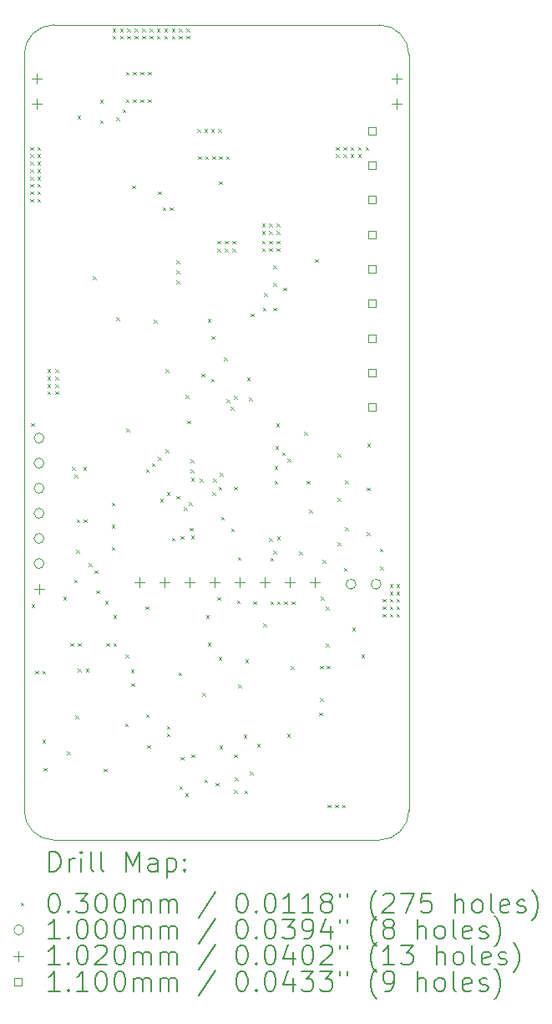
<source format=gbr>
%TF.GenerationSoftware,KiCad,Pcbnew,8.0.6*%
%TF.CreationDate,2024-11-14T19:13:37+01:00*%
%TF.ProjectId,AxxSolder,41787853-6f6c-4646-9572-2e6b69636164,rev?*%
%TF.SameCoordinates,Original*%
%TF.FileFunction,Drillmap*%
%TF.FilePolarity,Positive*%
%FSLAX45Y45*%
G04 Gerber Fmt 4.5, Leading zero omitted, Abs format (unit mm)*
G04 Created by KiCad (PCBNEW 8.0.6) date 2024-11-14 19:13:37*
%MOMM*%
%LPD*%
G01*
G04 APERTURE LIST*
%ADD10C,0.100000*%
%ADD11C,0.200000*%
%ADD12C,0.102000*%
%ADD13C,0.110000*%
G04 APERTURE END LIST*
D10*
X20000000Y-7050000D02*
X20000000Y-14700000D01*
X16100000Y-7050000D02*
G75*
G02*
X16400000Y-6750000I300000J0D01*
G01*
X19700000Y-6750000D02*
G75*
G02*
X20000000Y-7050000I0J-300000D01*
G01*
X16400000Y-15000000D02*
G75*
G02*
X16100000Y-14700000I0J300000D01*
G01*
X20000000Y-14700000D02*
G75*
G02*
X19700000Y-15000000I-300000J0D01*
G01*
X16100000Y-14700000D02*
X16100000Y-7050000D01*
X16400000Y-6750000D02*
X19700000Y-6750000D01*
X19700000Y-15000000D02*
X16400000Y-15000000D01*
D11*
D10*
X16160000Y-7985000D02*
X16190000Y-8015000D01*
X16190000Y-7985000D02*
X16160000Y-8015000D01*
X16160000Y-8060000D02*
X16190000Y-8090000D01*
X16190000Y-8060000D02*
X16160000Y-8090000D01*
X16160000Y-8135000D02*
X16190000Y-8165000D01*
X16190000Y-8135000D02*
X16160000Y-8165000D01*
X16160000Y-8210000D02*
X16190000Y-8240000D01*
X16190000Y-8210000D02*
X16160000Y-8240000D01*
X16160000Y-8285000D02*
X16190000Y-8315000D01*
X16190000Y-8285000D02*
X16160000Y-8315000D01*
X16160000Y-8360000D02*
X16190000Y-8390000D01*
X16190000Y-8360000D02*
X16160000Y-8390000D01*
X16160000Y-8435000D02*
X16190000Y-8465000D01*
X16190000Y-8435000D02*
X16160000Y-8465000D01*
X16160000Y-8510000D02*
X16190000Y-8540000D01*
X16190000Y-8510000D02*
X16160000Y-8540000D01*
X16170000Y-10781000D02*
X16200000Y-10811000D01*
X16200000Y-10781000D02*
X16170000Y-10811000D01*
X16175000Y-12615000D02*
X16205000Y-12645000D01*
X16205000Y-12615000D02*
X16175000Y-12645000D01*
X16210000Y-13285000D02*
X16240000Y-13315000D01*
X16240000Y-13285000D02*
X16210000Y-13315000D01*
X16235000Y-7985000D02*
X16265000Y-8015000D01*
X16265000Y-7985000D02*
X16235000Y-8015000D01*
X16235000Y-8060000D02*
X16265000Y-8090000D01*
X16265000Y-8060000D02*
X16235000Y-8090000D01*
X16235000Y-8135000D02*
X16265000Y-8165000D01*
X16265000Y-8135000D02*
X16235000Y-8165000D01*
X16235000Y-8210000D02*
X16265000Y-8240000D01*
X16265000Y-8210000D02*
X16235000Y-8240000D01*
X16235000Y-8285000D02*
X16265000Y-8315000D01*
X16265000Y-8285000D02*
X16235000Y-8315000D01*
X16235000Y-8360000D02*
X16265000Y-8390000D01*
X16265000Y-8360000D02*
X16235000Y-8390000D01*
X16235000Y-8435000D02*
X16265000Y-8465000D01*
X16265000Y-8435000D02*
X16235000Y-8465000D01*
X16235000Y-8510000D02*
X16265000Y-8540000D01*
X16265000Y-8510000D02*
X16235000Y-8540000D01*
X16285000Y-13285000D02*
X16315000Y-13315000D01*
X16315000Y-13285000D02*
X16285000Y-13315000D01*
X16285000Y-13985000D02*
X16315000Y-14015000D01*
X16315000Y-13985000D02*
X16285000Y-14015000D01*
X16294555Y-14266479D02*
X16324555Y-14296479D01*
X16324555Y-14266479D02*
X16294555Y-14296479D01*
X16335000Y-10235000D02*
X16365000Y-10265000D01*
X16365000Y-10235000D02*
X16335000Y-10265000D01*
X16335000Y-10310000D02*
X16365000Y-10340000D01*
X16365000Y-10310000D02*
X16335000Y-10340000D01*
X16335000Y-10385000D02*
X16365000Y-10415000D01*
X16365000Y-10385000D02*
X16335000Y-10415000D01*
X16335000Y-10460000D02*
X16365000Y-10490000D01*
X16365000Y-10460000D02*
X16335000Y-10490000D01*
X16415000Y-10235000D02*
X16445000Y-10265000D01*
X16445000Y-10235000D02*
X16415000Y-10265000D01*
X16415000Y-10310000D02*
X16445000Y-10340000D01*
X16445000Y-10310000D02*
X16415000Y-10340000D01*
X16415000Y-10385000D02*
X16445000Y-10415000D01*
X16445000Y-10385000D02*
X16415000Y-10415000D01*
X16415000Y-10460000D02*
X16445000Y-10490000D01*
X16445000Y-10460000D02*
X16415000Y-10490000D01*
X16495000Y-12535000D02*
X16525000Y-12565000D01*
X16525000Y-12535000D02*
X16495000Y-12565000D01*
X16535000Y-14105000D02*
X16565000Y-14135000D01*
X16565000Y-14105000D02*
X16535000Y-14135000D01*
X16570000Y-13005000D02*
X16600000Y-13035000D01*
X16600000Y-13005000D02*
X16570000Y-13035000D01*
X16585000Y-11225000D02*
X16615000Y-11255000D01*
X16615000Y-11225000D02*
X16585000Y-11255000D01*
X16605000Y-12365000D02*
X16635000Y-12395000D01*
X16635000Y-12365000D02*
X16605000Y-12395000D01*
X16610298Y-11300895D02*
X16640298Y-11330895D01*
X16640298Y-11300895D02*
X16610298Y-11330895D01*
X16620000Y-13740000D02*
X16650000Y-13770000D01*
X16650000Y-13740000D02*
X16620000Y-13770000D01*
X16625000Y-12065000D02*
X16655000Y-12095000D01*
X16655000Y-12065000D02*
X16625000Y-12095000D01*
X16630000Y-11755000D02*
X16660000Y-11785000D01*
X16660000Y-11755000D02*
X16630000Y-11785000D01*
X16638396Y-7670000D02*
X16668396Y-7700000D01*
X16668396Y-7670000D02*
X16638396Y-7700000D01*
X16645000Y-13005000D02*
X16675000Y-13035000D01*
X16675000Y-13005000D02*
X16645000Y-13035000D01*
X16645000Y-13265000D02*
X16675000Y-13295000D01*
X16675000Y-13265000D02*
X16645000Y-13295000D01*
X16700000Y-11225000D02*
X16730000Y-11255000D01*
X16730000Y-11225000D02*
X16700000Y-11255000D01*
X16705000Y-11755000D02*
X16735000Y-11785000D01*
X16735000Y-11755000D02*
X16705000Y-11785000D01*
X16725000Y-13265000D02*
X16755000Y-13295000D01*
X16755000Y-13265000D02*
X16725000Y-13295000D01*
X16756077Y-12200000D02*
X16786077Y-12230000D01*
X16786077Y-12200000D02*
X16756077Y-12230000D01*
X16795000Y-9295000D02*
X16825000Y-9325000D01*
X16825000Y-9295000D02*
X16795000Y-9325000D01*
X16813717Y-12269943D02*
X16843717Y-12299943D01*
X16843717Y-12269943D02*
X16813717Y-12299943D01*
X16830000Y-12475000D02*
X16860000Y-12505000D01*
X16860000Y-12475000D02*
X16830000Y-12505000D01*
X16867237Y-7717090D02*
X16897237Y-7747090D01*
X16897237Y-7717090D02*
X16867237Y-7747090D01*
X16870000Y-7510000D02*
X16900000Y-7540000D01*
X16900000Y-7510000D02*
X16870000Y-7540000D01*
X16905000Y-14275000D02*
X16935000Y-14305000D01*
X16935000Y-14275000D02*
X16905000Y-14305000D01*
X16920000Y-12580000D02*
X16950000Y-12610000D01*
X16950000Y-12580000D02*
X16920000Y-12610000D01*
X16930000Y-13005000D02*
X16960000Y-13035000D01*
X16960000Y-13005000D02*
X16930000Y-13035000D01*
X16985000Y-11585000D02*
X17015000Y-11615000D01*
X17015000Y-11585000D02*
X16985000Y-11615000D01*
X16985000Y-11810000D02*
X17015000Y-11840000D01*
X17015000Y-11810000D02*
X16985000Y-11840000D01*
X16985000Y-12035000D02*
X17015000Y-12065000D01*
X17015000Y-12035000D02*
X16985000Y-12065000D01*
X16995000Y-6790000D02*
X17025000Y-6820000D01*
X17025000Y-6790000D02*
X16995000Y-6820000D01*
X16995000Y-6860000D02*
X17025000Y-6890000D01*
X17025000Y-6860000D02*
X16995000Y-6890000D01*
X17005000Y-12725000D02*
X17035000Y-12755000D01*
X17035000Y-12725000D02*
X17005000Y-12755000D01*
X17005000Y-13005000D02*
X17035000Y-13035000D01*
X17035000Y-13005000D02*
X17005000Y-13035000D01*
X17034393Y-7687418D02*
X17064393Y-7717418D01*
X17064393Y-7687418D02*
X17034393Y-7717418D01*
X17035000Y-9710000D02*
X17065000Y-9740000D01*
X17065000Y-9710000D02*
X17035000Y-9740000D01*
X17070000Y-6790000D02*
X17100000Y-6820000D01*
X17100000Y-6790000D02*
X17070000Y-6820000D01*
X17070000Y-6860000D02*
X17100000Y-6890000D01*
X17100000Y-6860000D02*
X17070000Y-6890000D01*
X17095000Y-7605000D02*
X17125000Y-7635000D01*
X17125000Y-7605000D02*
X17095000Y-7635000D01*
X17121757Y-13820000D02*
X17151757Y-13850000D01*
X17151757Y-13820000D02*
X17121757Y-13850000D01*
X17127953Y-13118913D02*
X17157953Y-13148913D01*
X17157953Y-13118913D02*
X17127953Y-13148913D01*
X17130000Y-7225000D02*
X17160000Y-7255000D01*
X17160000Y-7225000D02*
X17130000Y-7255000D01*
X17130000Y-7505000D02*
X17160000Y-7535000D01*
X17160000Y-7505000D02*
X17130000Y-7535000D01*
X17135000Y-10835000D02*
X17165000Y-10865000D01*
X17165000Y-10835000D02*
X17135000Y-10865000D01*
X17145000Y-6790000D02*
X17175000Y-6820000D01*
X17175000Y-6790000D02*
X17145000Y-6820000D01*
X17145000Y-6860000D02*
X17175000Y-6890000D01*
X17175000Y-6860000D02*
X17145000Y-6890000D01*
X17180000Y-13275000D02*
X17210000Y-13305000D01*
X17210000Y-13275000D02*
X17180000Y-13305000D01*
X17185000Y-13415000D02*
X17215000Y-13445000D01*
X17215000Y-13415000D02*
X17185000Y-13445000D01*
X17195000Y-8375000D02*
X17225000Y-8405000D01*
X17225000Y-8375000D02*
X17195000Y-8405000D01*
X17205000Y-7225000D02*
X17235000Y-7255000D01*
X17235000Y-7225000D02*
X17205000Y-7255000D01*
X17205000Y-7505000D02*
X17235000Y-7535000D01*
X17235000Y-7505000D02*
X17205000Y-7535000D01*
X17220000Y-6790000D02*
X17250000Y-6820000D01*
X17250000Y-6790000D02*
X17220000Y-6820000D01*
X17220000Y-6860000D02*
X17250000Y-6890000D01*
X17250000Y-6860000D02*
X17220000Y-6890000D01*
X17280000Y-7225000D02*
X17310000Y-7255000D01*
X17310000Y-7225000D02*
X17280000Y-7255000D01*
X17280000Y-7505000D02*
X17310000Y-7535000D01*
X17310000Y-7505000D02*
X17280000Y-7535000D01*
X17295000Y-6790000D02*
X17325000Y-6820000D01*
X17325000Y-6790000D02*
X17295000Y-6820000D01*
X17295000Y-6860000D02*
X17325000Y-6890000D01*
X17325000Y-6860000D02*
X17295000Y-6890000D01*
X17330000Y-12635000D02*
X17360000Y-12665000D01*
X17360000Y-12635000D02*
X17330000Y-12665000D01*
X17332047Y-13727499D02*
X17362047Y-13757499D01*
X17362047Y-13727499D02*
X17332047Y-13757499D01*
X17335000Y-11245000D02*
X17365000Y-11275000D01*
X17365000Y-11245000D02*
X17335000Y-11275000D01*
X17348918Y-14039178D02*
X17378918Y-14069178D01*
X17378918Y-14039178D02*
X17348918Y-14069178D01*
X17355000Y-7225000D02*
X17385000Y-7255000D01*
X17385000Y-7225000D02*
X17355000Y-7255000D01*
X17355000Y-7505000D02*
X17385000Y-7535000D01*
X17385000Y-7505000D02*
X17355000Y-7535000D01*
X17370000Y-6790000D02*
X17400000Y-6820000D01*
X17400000Y-6790000D02*
X17370000Y-6820000D01*
X17370000Y-6860000D02*
X17400000Y-6890000D01*
X17400000Y-6860000D02*
X17370000Y-6890000D01*
X17395000Y-11185000D02*
X17425000Y-11215000D01*
X17425000Y-11185000D02*
X17395000Y-11215000D01*
X17415000Y-9735000D02*
X17445000Y-9765000D01*
X17445000Y-9735000D02*
X17415000Y-9765000D01*
X17445000Y-6790000D02*
X17475000Y-6820000D01*
X17475000Y-6790000D02*
X17445000Y-6820000D01*
X17445000Y-6860000D02*
X17475000Y-6890000D01*
X17475000Y-6860000D02*
X17445000Y-6890000D01*
X17455000Y-8435000D02*
X17485000Y-8465000D01*
X17485000Y-8435000D02*
X17455000Y-8465000D01*
X17455000Y-11125000D02*
X17485000Y-11155000D01*
X17485000Y-11125000D02*
X17455000Y-11155000D01*
X17476309Y-11546309D02*
X17506309Y-11576309D01*
X17506309Y-11546309D02*
X17476309Y-11576309D01*
X17505000Y-8595000D02*
X17535000Y-8625000D01*
X17535000Y-8595000D02*
X17505000Y-8625000D01*
X17520000Y-6790000D02*
X17550000Y-6820000D01*
X17550000Y-6790000D02*
X17520000Y-6820000D01*
X17520000Y-6860000D02*
X17550000Y-6890000D01*
X17550000Y-6860000D02*
X17520000Y-6890000D01*
X17535000Y-10235000D02*
X17565000Y-10265000D01*
X17565000Y-10235000D02*
X17535000Y-10265000D01*
X17535000Y-11045000D02*
X17565000Y-11075000D01*
X17565000Y-11045000D02*
X17535000Y-11075000D01*
X17545000Y-11480000D02*
X17575000Y-11510000D01*
X17575000Y-11480000D02*
X17545000Y-11510000D01*
X17545000Y-13845000D02*
X17575000Y-13875000D01*
X17575000Y-13845000D02*
X17545000Y-13875000D01*
X17545000Y-13920000D02*
X17575000Y-13950000D01*
X17575000Y-13920000D02*
X17545000Y-13950000D01*
X17575000Y-8595000D02*
X17605000Y-8625000D01*
X17605000Y-8595000D02*
X17575000Y-8625000D01*
X17595000Y-6790000D02*
X17625000Y-6820000D01*
X17625000Y-6790000D02*
X17595000Y-6820000D01*
X17595000Y-6860000D02*
X17625000Y-6890000D01*
X17625000Y-6860000D02*
X17595000Y-6890000D01*
X17595363Y-11940408D02*
X17625363Y-11970408D01*
X17625363Y-11940408D02*
X17595363Y-11970408D01*
X17645000Y-9135000D02*
X17675000Y-9165000D01*
X17675000Y-9135000D02*
X17645000Y-9165000D01*
X17645000Y-9235000D02*
X17675000Y-9265000D01*
X17675000Y-9235000D02*
X17645000Y-9265000D01*
X17645000Y-9335000D02*
X17675000Y-9365000D01*
X17675000Y-9335000D02*
X17645000Y-9365000D01*
X17645000Y-11515000D02*
X17675000Y-11545000D01*
X17675000Y-11515000D02*
X17645000Y-11545000D01*
X17665000Y-13305000D02*
X17695000Y-13335000D01*
X17695000Y-13305000D02*
X17665000Y-13335000D01*
X17670000Y-6790000D02*
X17700000Y-6820000D01*
X17700000Y-6790000D02*
X17670000Y-6820000D01*
X17670000Y-6860000D02*
X17700000Y-6890000D01*
X17700000Y-6860000D02*
X17670000Y-6890000D01*
X17674462Y-14455646D02*
X17704462Y-14485646D01*
X17704462Y-14455646D02*
X17674462Y-14485646D01*
X17685000Y-11925000D02*
X17715000Y-11955000D01*
X17715000Y-11925000D02*
X17685000Y-11955000D01*
X17685500Y-14160000D02*
X17715500Y-14190000D01*
X17715500Y-14160000D02*
X17685500Y-14190000D01*
X17720000Y-11631924D02*
X17750000Y-11661924D01*
X17750000Y-11631924D02*
X17720000Y-11661924D01*
X17731027Y-14525000D02*
X17761027Y-14555000D01*
X17761027Y-14525000D02*
X17731027Y-14555000D01*
X17737500Y-10495000D02*
X17767500Y-10525000D01*
X17767500Y-10495000D02*
X17737500Y-10525000D01*
X17745000Y-6790000D02*
X17775000Y-6820000D01*
X17775000Y-6790000D02*
X17745000Y-6820000D01*
X17745000Y-6860000D02*
X17775000Y-6890000D01*
X17775000Y-6860000D02*
X17745000Y-6890000D01*
X17755000Y-10755000D02*
X17785000Y-10785000D01*
X17785000Y-10755000D02*
X17755000Y-10785000D01*
X17770962Y-11580962D02*
X17800962Y-11610962D01*
X17800962Y-11580962D02*
X17770962Y-11610962D01*
X17778174Y-11840000D02*
X17808174Y-11870000D01*
X17808174Y-11840000D02*
X17778174Y-11870000D01*
X17785000Y-11150000D02*
X17815000Y-11180000D01*
X17815000Y-11150000D02*
X17785000Y-11180000D01*
X17785000Y-11250000D02*
X17815000Y-11280000D01*
X17815000Y-11250000D02*
X17785000Y-11280000D01*
X17790000Y-11919104D02*
X17820000Y-11949104D01*
X17820000Y-11919104D02*
X17790000Y-11949104D01*
X17791774Y-11332537D02*
X17821774Y-11362537D01*
X17821774Y-11332537D02*
X17791774Y-11362537D01*
X17795000Y-14134700D02*
X17825000Y-14164700D01*
X17825000Y-14134700D02*
X17795000Y-14164700D01*
X17855000Y-7805000D02*
X17885000Y-7835000D01*
X17885000Y-7805000D02*
X17855000Y-7835000D01*
X17865000Y-8080000D02*
X17895000Y-8110000D01*
X17895000Y-8080000D02*
X17865000Y-8110000D01*
X17879998Y-11341926D02*
X17909998Y-11371926D01*
X17909998Y-11341926D02*
X17879998Y-11371926D01*
X17895000Y-10280000D02*
X17925000Y-10310000D01*
X17925000Y-10280000D02*
X17895000Y-10310000D01*
X17905000Y-13510000D02*
X17935000Y-13540000D01*
X17935000Y-13510000D02*
X17905000Y-13540000D01*
X17925000Y-7805000D02*
X17955000Y-7835000D01*
X17955000Y-7805000D02*
X17925000Y-7835000D01*
X17925000Y-14385000D02*
X17955000Y-14415000D01*
X17955000Y-14385000D02*
X17925000Y-14415000D01*
X17935000Y-8080000D02*
X17965000Y-8110000D01*
X17965000Y-8080000D02*
X17935000Y-8110000D01*
X17945000Y-12725000D02*
X17975000Y-12755000D01*
X17975000Y-12725000D02*
X17945000Y-12755000D01*
X17959192Y-9728049D02*
X17989192Y-9758049D01*
X17989192Y-9728049D02*
X17959192Y-9758049D01*
X17960034Y-13004610D02*
X17990034Y-13034610D01*
X17990034Y-13004610D02*
X17960034Y-13034610D01*
X17995000Y-7805000D02*
X18025000Y-7835000D01*
X18025000Y-7805000D02*
X17995000Y-7835000D01*
X17995074Y-10329927D02*
X18025074Y-10359927D01*
X18025074Y-10329927D02*
X17995074Y-10359927D01*
X17997454Y-9899194D02*
X18027454Y-9929194D01*
X18027454Y-9899194D02*
X17997454Y-9929194D01*
X18005000Y-8080000D02*
X18035000Y-8110000D01*
X18035000Y-8080000D02*
X18005000Y-8110000D01*
X18005087Y-11479262D02*
X18035087Y-11509262D01*
X18035087Y-11479262D02*
X18005087Y-11509262D01*
X18015000Y-11345000D02*
X18045000Y-11375000D01*
X18045000Y-11345000D02*
X18015000Y-11375000D01*
X18040000Y-14420000D02*
X18070000Y-14450000D01*
X18070000Y-14420000D02*
X18040000Y-14450000D01*
X18060000Y-8935000D02*
X18090000Y-8965000D01*
X18090000Y-8935000D02*
X18060000Y-8965000D01*
X18060000Y-9015000D02*
X18090000Y-9045000D01*
X18090000Y-9015000D02*
X18060000Y-9045000D01*
X18060000Y-12540000D02*
X18090000Y-12570000D01*
X18090000Y-12540000D02*
X18060000Y-12570000D01*
X18065000Y-7805000D02*
X18095000Y-7835000D01*
X18095000Y-7805000D02*
X18065000Y-7835000D01*
X18070000Y-13148167D02*
X18100000Y-13178167D01*
X18100000Y-13148167D02*
X18070000Y-13178167D01*
X18070000Y-11423129D02*
X18100000Y-11453129D01*
X18100000Y-11423129D02*
X18070000Y-11453129D01*
X18075000Y-8080000D02*
X18105000Y-8110000D01*
X18105000Y-8080000D02*
X18075000Y-8110000D01*
X18075000Y-8335000D02*
X18105000Y-8365000D01*
X18105000Y-8335000D02*
X18075000Y-8365000D01*
X18080000Y-14045000D02*
X18110000Y-14075000D01*
X18110000Y-14045000D02*
X18080000Y-14075000D01*
X18085117Y-11284883D02*
X18115117Y-11314883D01*
X18115117Y-11284883D02*
X18085117Y-11314883D01*
X18096640Y-11726640D02*
X18126640Y-11756640D01*
X18126640Y-11726640D02*
X18096640Y-11756640D01*
X18125000Y-10115000D02*
X18155000Y-10145000D01*
X18155000Y-10115000D02*
X18125000Y-10145000D01*
X18135000Y-8935000D02*
X18165000Y-8965000D01*
X18165000Y-8935000D02*
X18135000Y-8965000D01*
X18135000Y-9015000D02*
X18165000Y-9045000D01*
X18165000Y-9015000D02*
X18135000Y-9045000D01*
X18145000Y-8080000D02*
X18175000Y-8110000D01*
X18175000Y-8080000D02*
X18145000Y-8110000D01*
X18151468Y-10536514D02*
X18181468Y-10566514D01*
X18181468Y-10536514D02*
X18151468Y-10566514D01*
X18195000Y-10615000D02*
X18225000Y-10645000D01*
X18225000Y-10615000D02*
X18195000Y-10645000D01*
X18197500Y-11847500D02*
X18227500Y-11877500D01*
X18227500Y-11847500D02*
X18197500Y-11877500D01*
X18210000Y-8935000D02*
X18240000Y-8965000D01*
X18240000Y-8935000D02*
X18210000Y-8965000D01*
X18210000Y-9015000D02*
X18240000Y-9045000D01*
X18240000Y-9015000D02*
X18210000Y-9045000D01*
X18225000Y-10505000D02*
X18255000Y-10535000D01*
X18255000Y-10505000D02*
X18225000Y-10535000D01*
X18225000Y-14134700D02*
X18255000Y-14164700D01*
X18255000Y-14134700D02*
X18225000Y-14164700D01*
X18225000Y-14495000D02*
X18255000Y-14525000D01*
X18255000Y-14495000D02*
X18225000Y-14525000D01*
X18225117Y-11424883D02*
X18255117Y-11454883D01*
X18255117Y-11424883D02*
X18225117Y-11454883D01*
X18235000Y-14365000D02*
X18265000Y-14395000D01*
X18265000Y-14365000D02*
X18235000Y-14395000D01*
X18255000Y-12575000D02*
X18285000Y-12605000D01*
X18285000Y-12575000D02*
X18255000Y-12605000D01*
X18265000Y-12135000D02*
X18295000Y-12165000D01*
X18295000Y-12135000D02*
X18265000Y-12165000D01*
X18267788Y-13427788D02*
X18297788Y-13457788D01*
X18297788Y-13427788D02*
X18267788Y-13457788D01*
X18325000Y-13935000D02*
X18355000Y-13965000D01*
X18355000Y-13935000D02*
X18325000Y-13965000D01*
X18333462Y-14495189D02*
X18363462Y-14525189D01*
X18363462Y-14495189D02*
X18333462Y-14525189D01*
X18340025Y-13170025D02*
X18370025Y-13200025D01*
X18370025Y-13170025D02*
X18340025Y-13200025D01*
X18357547Y-10319586D02*
X18387547Y-10349586D01*
X18387547Y-10319586D02*
X18357547Y-10349586D01*
X18380000Y-10520000D02*
X18410000Y-10550000D01*
X18410000Y-10520000D02*
X18380000Y-10550000D01*
X18387000Y-14305000D02*
X18417000Y-14335000D01*
X18417000Y-14305000D02*
X18387000Y-14335000D01*
X18395000Y-9670000D02*
X18425000Y-9700000D01*
X18425000Y-9670000D02*
X18395000Y-9700000D01*
X18420000Y-12585000D02*
X18450000Y-12615000D01*
X18450000Y-12585000D02*
X18420000Y-12615000D01*
X18460000Y-14025000D02*
X18490000Y-14055000D01*
X18490000Y-14025000D02*
X18460000Y-14055000D01*
X18510000Y-8760000D02*
X18540000Y-8790000D01*
X18540000Y-8760000D02*
X18510000Y-8790000D01*
X18510000Y-8835000D02*
X18540000Y-8865000D01*
X18540000Y-8835000D02*
X18510000Y-8865000D01*
X18510000Y-8935000D02*
X18540000Y-8965000D01*
X18540000Y-8935000D02*
X18510000Y-8965000D01*
X18510000Y-9010000D02*
X18540000Y-9040000D01*
X18540000Y-9010000D02*
X18510000Y-9040000D01*
X18520000Y-9610000D02*
X18550000Y-9640000D01*
X18550000Y-9610000D02*
X18520000Y-9640000D01*
X18525000Y-12810000D02*
X18555000Y-12840000D01*
X18555000Y-12810000D02*
X18525000Y-12840000D01*
X18531034Y-9461310D02*
X18561034Y-9491310D01*
X18561034Y-9461310D02*
X18531034Y-9491310D01*
X18585000Y-8760000D02*
X18615000Y-8790000D01*
X18615000Y-8760000D02*
X18585000Y-8790000D01*
X18585000Y-8835000D02*
X18615000Y-8865000D01*
X18615000Y-8835000D02*
X18585000Y-8865000D01*
X18585000Y-8935000D02*
X18615000Y-8965000D01*
X18615000Y-8935000D02*
X18585000Y-8965000D01*
X18585000Y-9010000D02*
X18615000Y-9040000D01*
X18615000Y-9010000D02*
X18585000Y-9040000D01*
X18585000Y-11945000D02*
X18615000Y-11975000D01*
X18615000Y-11945000D02*
X18585000Y-11975000D01*
X18595000Y-12145000D02*
X18625000Y-12175000D01*
X18625000Y-12145000D02*
X18595000Y-12175000D01*
X18595000Y-12585000D02*
X18625000Y-12615000D01*
X18625000Y-12585000D02*
X18595000Y-12615000D01*
X18625000Y-9185000D02*
X18655000Y-9215000D01*
X18655000Y-9185000D02*
X18625000Y-9215000D01*
X18625000Y-9360000D02*
X18655000Y-9390000D01*
X18655000Y-9360000D02*
X18625000Y-9390000D01*
X18625000Y-9612500D02*
X18655000Y-9642500D01*
X18655000Y-9612500D02*
X18625000Y-9642500D01*
X18626514Y-12071468D02*
X18656514Y-12101468D01*
X18656514Y-12071468D02*
X18626514Y-12101468D01*
X18639406Y-11364992D02*
X18669406Y-11394992D01*
X18669406Y-11364992D02*
X18639406Y-11394992D01*
X18639538Y-11215000D02*
X18669538Y-11245000D01*
X18669538Y-11215000D02*
X18639538Y-11245000D01*
X18645000Y-11015000D02*
X18675000Y-11045000D01*
X18675000Y-11015000D02*
X18645000Y-11045000D01*
X18655000Y-10785000D02*
X18685000Y-10815000D01*
X18685000Y-10785000D02*
X18655000Y-10815000D01*
X18660000Y-8760000D02*
X18690000Y-8790000D01*
X18690000Y-8760000D02*
X18660000Y-8790000D01*
X18660000Y-8835000D02*
X18690000Y-8865000D01*
X18690000Y-8835000D02*
X18660000Y-8865000D01*
X18660000Y-8935000D02*
X18690000Y-8965000D01*
X18690000Y-8935000D02*
X18660000Y-8965000D01*
X18660000Y-9010000D02*
X18690000Y-9040000D01*
X18690000Y-9010000D02*
X18660000Y-9040000D01*
X18665000Y-11927500D02*
X18695000Y-11957500D01*
X18695000Y-11927500D02*
X18665000Y-11957500D01*
X18665000Y-12585000D02*
X18695000Y-12615000D01*
X18695000Y-12585000D02*
X18665000Y-12615000D01*
X18714038Y-11075962D02*
X18744038Y-11105962D01*
X18744038Y-11075962D02*
X18714038Y-11105962D01*
X18725000Y-9410000D02*
X18755000Y-9440000D01*
X18755000Y-9410000D02*
X18725000Y-9440000D01*
X18735000Y-12585000D02*
X18765000Y-12615000D01*
X18765000Y-12585000D02*
X18735000Y-12615000D01*
X18765000Y-13925000D02*
X18795000Y-13955000D01*
X18795000Y-13925000D02*
X18765000Y-13955000D01*
X18770000Y-11140000D02*
X18800000Y-11170000D01*
X18800000Y-11140000D02*
X18770000Y-11170000D01*
X18805000Y-13237500D02*
X18835000Y-13267500D01*
X18835000Y-13237500D02*
X18805000Y-13267500D01*
X18810000Y-12585000D02*
X18840000Y-12615000D01*
X18840000Y-12585000D02*
X18810000Y-12615000D01*
X18885467Y-12081043D02*
X18915467Y-12111043D01*
X18915467Y-12081043D02*
X18885467Y-12111043D01*
X18940000Y-10870000D02*
X18970000Y-10900000D01*
X18970000Y-10870000D02*
X18940000Y-10900000D01*
X18965000Y-11365000D02*
X18995000Y-11395000D01*
X18995000Y-11365000D02*
X18965000Y-11395000D01*
X18988750Y-11655000D02*
X19018750Y-11685000D01*
X19018750Y-11655000D02*
X18988750Y-11685000D01*
X19047500Y-9122500D02*
X19077500Y-9152500D01*
X19077500Y-9122500D02*
X19047500Y-9152500D01*
X19092500Y-13710000D02*
X19122500Y-13740000D01*
X19122500Y-13710000D02*
X19092500Y-13740000D01*
X19099995Y-13560005D02*
X19129995Y-13590005D01*
X19129995Y-13560005D02*
X19099995Y-13590005D01*
X19100000Y-13235000D02*
X19130000Y-13265000D01*
X19130000Y-13235000D02*
X19100000Y-13265000D01*
X19110000Y-12535000D02*
X19140000Y-12565000D01*
X19140000Y-12535000D02*
X19110000Y-12565000D01*
X19125000Y-12165000D02*
X19155000Y-12195000D01*
X19155000Y-12165000D02*
X19125000Y-12195000D01*
X19160000Y-12640000D02*
X19190000Y-12670000D01*
X19190000Y-12640000D02*
X19160000Y-12670000D01*
X19160000Y-13010000D02*
X19190000Y-13040000D01*
X19190000Y-13010000D02*
X19160000Y-13040000D01*
X19165000Y-13235000D02*
X19195000Y-13265000D01*
X19195000Y-13235000D02*
X19165000Y-13265000D01*
X19175000Y-14640000D02*
X19205000Y-14670000D01*
X19205000Y-14640000D02*
X19175000Y-14670000D01*
X19250000Y-14640000D02*
X19280000Y-14670000D01*
X19280000Y-14640000D02*
X19250000Y-14670000D01*
X19260000Y-7985000D02*
X19290000Y-8015000D01*
X19290000Y-7985000D02*
X19260000Y-8015000D01*
X19260000Y-8060000D02*
X19290000Y-8090000D01*
X19290000Y-8060000D02*
X19260000Y-8090000D01*
X19275000Y-11088500D02*
X19305000Y-11118500D01*
X19305000Y-11088500D02*
X19275000Y-11118500D01*
X19275000Y-11538500D02*
X19305000Y-11568500D01*
X19305000Y-11538500D02*
X19275000Y-11568500D01*
X19275000Y-11988500D02*
X19305000Y-12018500D01*
X19305000Y-11988500D02*
X19275000Y-12018500D01*
X19325000Y-14640000D02*
X19355000Y-14670000D01*
X19355000Y-14640000D02*
X19325000Y-14670000D01*
X19335000Y-7985000D02*
X19365000Y-8015000D01*
X19365000Y-7985000D02*
X19335000Y-8015000D01*
X19335000Y-8060000D02*
X19365000Y-8090000D01*
X19365000Y-8060000D02*
X19335000Y-8090000D01*
X19341962Y-12246538D02*
X19371962Y-12276538D01*
X19371962Y-12246538D02*
X19341962Y-12276538D01*
X19355000Y-11358500D02*
X19385000Y-11388500D01*
X19385000Y-11358500D02*
X19355000Y-11388500D01*
X19355000Y-11833500D02*
X19385000Y-11863500D01*
X19385000Y-11833500D02*
X19355000Y-11863500D01*
X19410000Y-7985000D02*
X19440000Y-8015000D01*
X19440000Y-7985000D02*
X19410000Y-8015000D01*
X19410000Y-8060000D02*
X19440000Y-8090000D01*
X19440000Y-8060000D02*
X19410000Y-8090000D01*
X19425000Y-12850000D02*
X19455000Y-12880000D01*
X19455000Y-12850000D02*
X19425000Y-12880000D01*
X19485000Y-7985000D02*
X19515000Y-8015000D01*
X19515000Y-7985000D02*
X19485000Y-8015000D01*
X19485000Y-8060000D02*
X19515000Y-8090000D01*
X19515000Y-8060000D02*
X19485000Y-8090000D01*
X19520000Y-13120000D02*
X19550000Y-13150000D01*
X19550000Y-13120000D02*
X19520000Y-13150000D01*
X19560000Y-7985000D02*
X19590000Y-8015000D01*
X19590000Y-7985000D02*
X19560000Y-8015000D01*
X19574375Y-11884125D02*
X19604375Y-11914125D01*
X19604375Y-11884125D02*
X19574375Y-11914125D01*
X19575435Y-11433065D02*
X19605435Y-11463065D01*
X19605435Y-11433065D02*
X19575435Y-11463065D01*
X19575934Y-10985684D02*
X19605934Y-11015684D01*
X19605934Y-10985684D02*
X19575934Y-11015684D01*
X19705000Y-12051000D02*
X19735000Y-12081000D01*
X19735000Y-12051000D02*
X19705000Y-12081000D01*
X19710841Y-12233500D02*
X19740841Y-12263500D01*
X19740841Y-12233500D02*
X19710841Y-12263500D01*
X19735000Y-12560000D02*
X19765000Y-12590000D01*
X19765000Y-12560000D02*
X19735000Y-12590000D01*
X19735000Y-12635000D02*
X19765000Y-12665000D01*
X19765000Y-12635000D02*
X19735000Y-12665000D01*
X19735000Y-12710000D02*
X19765000Y-12740000D01*
X19765000Y-12710000D02*
X19735000Y-12740000D01*
X19805000Y-12410000D02*
X19835000Y-12440000D01*
X19835000Y-12410000D02*
X19805000Y-12440000D01*
X19805000Y-12485000D02*
X19835000Y-12515000D01*
X19835000Y-12485000D02*
X19805000Y-12515000D01*
X19805000Y-12560000D02*
X19835000Y-12590000D01*
X19835000Y-12560000D02*
X19805000Y-12590000D01*
X19805000Y-12635000D02*
X19835000Y-12665000D01*
X19835000Y-12635000D02*
X19805000Y-12665000D01*
X19805000Y-12710000D02*
X19835000Y-12740000D01*
X19835000Y-12710000D02*
X19805000Y-12740000D01*
X19875000Y-12410000D02*
X19905000Y-12440000D01*
X19905000Y-12410000D02*
X19875000Y-12440000D01*
X19875000Y-12485000D02*
X19905000Y-12515000D01*
X19905000Y-12485000D02*
X19875000Y-12515000D01*
X19875000Y-12560000D02*
X19905000Y-12590000D01*
X19905000Y-12560000D02*
X19875000Y-12590000D01*
X19875000Y-12635000D02*
X19905000Y-12665000D01*
X19905000Y-12635000D02*
X19875000Y-12665000D01*
X19875000Y-12710000D02*
X19905000Y-12740000D01*
X19905000Y-12710000D02*
X19875000Y-12740000D01*
X16300000Y-10931000D02*
G75*
G02*
X16200000Y-10931000I-50000J0D01*
G01*
X16200000Y-10931000D02*
G75*
G02*
X16300000Y-10931000I50000J0D01*
G01*
X16300000Y-11185000D02*
G75*
G02*
X16200000Y-11185000I-50000J0D01*
G01*
X16200000Y-11185000D02*
G75*
G02*
X16300000Y-11185000I50000J0D01*
G01*
X16300000Y-11439000D02*
G75*
G02*
X16200000Y-11439000I-50000J0D01*
G01*
X16200000Y-11439000D02*
G75*
G02*
X16300000Y-11439000I50000J0D01*
G01*
X16300000Y-11693000D02*
G75*
G02*
X16200000Y-11693000I-50000J0D01*
G01*
X16200000Y-11693000D02*
G75*
G02*
X16300000Y-11693000I50000J0D01*
G01*
X16300000Y-11947000D02*
G75*
G02*
X16200000Y-11947000I-50000J0D01*
G01*
X16200000Y-11947000D02*
G75*
G02*
X16300000Y-11947000I50000J0D01*
G01*
X16300000Y-12201000D02*
G75*
G02*
X16200000Y-12201000I-50000J0D01*
G01*
X16200000Y-12201000D02*
G75*
G02*
X16300000Y-12201000I50000J0D01*
G01*
X19463500Y-12410000D02*
G75*
G02*
X19363500Y-12410000I-50000J0D01*
G01*
X19363500Y-12410000D02*
G75*
G02*
X19463500Y-12410000I50000J0D01*
G01*
X19717500Y-12410000D02*
G75*
G02*
X19617500Y-12410000I-50000J0D01*
G01*
X19617500Y-12410000D02*
G75*
G02*
X19717500Y-12410000I50000J0D01*
G01*
D12*
X16225000Y-7241500D02*
X16225000Y-7343500D01*
X16174000Y-7292500D02*
X16276000Y-7292500D01*
X16225000Y-7495500D02*
X16225000Y-7597500D01*
X16174000Y-7546500D02*
X16276000Y-7546500D01*
X16250000Y-12404000D02*
X16250000Y-12506000D01*
X16199000Y-12455000D02*
X16301000Y-12455000D01*
X17272000Y-12339000D02*
X17272000Y-12441000D01*
X17221000Y-12390000D02*
X17323000Y-12390000D01*
X17526000Y-12339000D02*
X17526000Y-12441000D01*
X17475000Y-12390000D02*
X17577000Y-12390000D01*
X17780000Y-12339000D02*
X17780000Y-12441000D01*
X17729000Y-12390000D02*
X17831000Y-12390000D01*
X18034000Y-12339000D02*
X18034000Y-12441000D01*
X17983000Y-12390000D02*
X18085000Y-12390000D01*
X18288000Y-12339000D02*
X18288000Y-12441000D01*
X18237000Y-12390000D02*
X18339000Y-12390000D01*
X18542000Y-12339000D02*
X18542000Y-12441000D01*
X18491000Y-12390000D02*
X18593000Y-12390000D01*
X18796000Y-12339000D02*
X18796000Y-12441000D01*
X18745000Y-12390000D02*
X18847000Y-12390000D01*
X19050000Y-12339000D02*
X19050000Y-12441000D01*
X18999000Y-12390000D02*
X19101000Y-12390000D01*
X19875000Y-7241500D02*
X19875000Y-7343500D01*
X19824000Y-7292500D02*
X19926000Y-7292500D01*
X19875000Y-7495500D02*
X19875000Y-7597500D01*
X19824000Y-7546500D02*
X19926000Y-7546500D01*
D13*
X19663891Y-7858891D02*
X19663891Y-7781109D01*
X19586109Y-7781109D01*
X19586109Y-7858891D01*
X19663891Y-7858891D01*
X19663891Y-8208891D02*
X19663891Y-8131109D01*
X19586109Y-8131109D01*
X19586109Y-8208891D01*
X19663891Y-8208891D01*
X19663891Y-8558891D02*
X19663891Y-8481109D01*
X19586109Y-8481109D01*
X19586109Y-8558891D01*
X19663891Y-8558891D01*
X19663891Y-8908891D02*
X19663891Y-8831109D01*
X19586109Y-8831109D01*
X19586109Y-8908891D01*
X19663891Y-8908891D01*
X19663891Y-9258891D02*
X19663891Y-9181109D01*
X19586109Y-9181109D01*
X19586109Y-9258891D01*
X19663891Y-9258891D01*
X19663891Y-9608891D02*
X19663891Y-9531109D01*
X19586109Y-9531109D01*
X19586109Y-9608891D01*
X19663891Y-9608891D01*
X19663891Y-9958891D02*
X19663891Y-9881109D01*
X19586109Y-9881109D01*
X19586109Y-9958891D01*
X19663891Y-9958891D01*
X19663891Y-10308891D02*
X19663891Y-10231109D01*
X19586109Y-10231109D01*
X19586109Y-10308891D01*
X19663891Y-10308891D01*
X19663891Y-10658891D02*
X19663891Y-10581109D01*
X19586109Y-10581109D01*
X19586109Y-10658891D01*
X19663891Y-10658891D01*
D11*
X16355777Y-15316484D02*
X16355777Y-15116484D01*
X16355777Y-15116484D02*
X16403396Y-15116484D01*
X16403396Y-15116484D02*
X16431967Y-15126008D01*
X16431967Y-15126008D02*
X16451015Y-15145055D01*
X16451015Y-15145055D02*
X16460539Y-15164103D01*
X16460539Y-15164103D02*
X16470062Y-15202198D01*
X16470062Y-15202198D02*
X16470062Y-15230769D01*
X16470062Y-15230769D02*
X16460539Y-15268865D01*
X16460539Y-15268865D02*
X16451015Y-15287912D01*
X16451015Y-15287912D02*
X16431967Y-15306960D01*
X16431967Y-15306960D02*
X16403396Y-15316484D01*
X16403396Y-15316484D02*
X16355777Y-15316484D01*
X16555777Y-15316484D02*
X16555777Y-15183150D01*
X16555777Y-15221246D02*
X16565301Y-15202198D01*
X16565301Y-15202198D02*
X16574824Y-15192674D01*
X16574824Y-15192674D02*
X16593872Y-15183150D01*
X16593872Y-15183150D02*
X16612920Y-15183150D01*
X16679586Y-15316484D02*
X16679586Y-15183150D01*
X16679586Y-15116484D02*
X16670062Y-15126008D01*
X16670062Y-15126008D02*
X16679586Y-15135531D01*
X16679586Y-15135531D02*
X16689110Y-15126008D01*
X16689110Y-15126008D02*
X16679586Y-15116484D01*
X16679586Y-15116484D02*
X16679586Y-15135531D01*
X16803396Y-15316484D02*
X16784348Y-15306960D01*
X16784348Y-15306960D02*
X16774824Y-15287912D01*
X16774824Y-15287912D02*
X16774824Y-15116484D01*
X16908158Y-15316484D02*
X16889110Y-15306960D01*
X16889110Y-15306960D02*
X16879586Y-15287912D01*
X16879586Y-15287912D02*
X16879586Y-15116484D01*
X17136729Y-15316484D02*
X17136729Y-15116484D01*
X17136729Y-15116484D02*
X17203396Y-15259341D01*
X17203396Y-15259341D02*
X17270063Y-15116484D01*
X17270063Y-15116484D02*
X17270063Y-15316484D01*
X17451015Y-15316484D02*
X17451015Y-15211722D01*
X17451015Y-15211722D02*
X17441491Y-15192674D01*
X17441491Y-15192674D02*
X17422444Y-15183150D01*
X17422444Y-15183150D02*
X17384348Y-15183150D01*
X17384348Y-15183150D02*
X17365301Y-15192674D01*
X17451015Y-15306960D02*
X17431967Y-15316484D01*
X17431967Y-15316484D02*
X17384348Y-15316484D01*
X17384348Y-15316484D02*
X17365301Y-15306960D01*
X17365301Y-15306960D02*
X17355777Y-15287912D01*
X17355777Y-15287912D02*
X17355777Y-15268865D01*
X17355777Y-15268865D02*
X17365301Y-15249817D01*
X17365301Y-15249817D02*
X17384348Y-15240293D01*
X17384348Y-15240293D02*
X17431967Y-15240293D01*
X17431967Y-15240293D02*
X17451015Y-15230769D01*
X17546253Y-15183150D02*
X17546253Y-15383150D01*
X17546253Y-15192674D02*
X17565301Y-15183150D01*
X17565301Y-15183150D02*
X17603396Y-15183150D01*
X17603396Y-15183150D02*
X17622444Y-15192674D01*
X17622444Y-15192674D02*
X17631967Y-15202198D01*
X17631967Y-15202198D02*
X17641491Y-15221246D01*
X17641491Y-15221246D02*
X17641491Y-15278388D01*
X17641491Y-15278388D02*
X17631967Y-15297436D01*
X17631967Y-15297436D02*
X17622444Y-15306960D01*
X17622444Y-15306960D02*
X17603396Y-15316484D01*
X17603396Y-15316484D02*
X17565301Y-15316484D01*
X17565301Y-15316484D02*
X17546253Y-15306960D01*
X17727205Y-15297436D02*
X17736729Y-15306960D01*
X17736729Y-15306960D02*
X17727205Y-15316484D01*
X17727205Y-15316484D02*
X17717682Y-15306960D01*
X17717682Y-15306960D02*
X17727205Y-15297436D01*
X17727205Y-15297436D02*
X17727205Y-15316484D01*
X17727205Y-15192674D02*
X17736729Y-15202198D01*
X17736729Y-15202198D02*
X17727205Y-15211722D01*
X17727205Y-15211722D02*
X17717682Y-15202198D01*
X17717682Y-15202198D02*
X17727205Y-15192674D01*
X17727205Y-15192674D02*
X17727205Y-15211722D01*
D10*
X16065000Y-15630000D02*
X16095000Y-15660000D01*
X16095000Y-15630000D02*
X16065000Y-15660000D01*
D11*
X16393872Y-15536484D02*
X16412920Y-15536484D01*
X16412920Y-15536484D02*
X16431967Y-15546008D01*
X16431967Y-15546008D02*
X16441491Y-15555531D01*
X16441491Y-15555531D02*
X16451015Y-15574579D01*
X16451015Y-15574579D02*
X16460539Y-15612674D01*
X16460539Y-15612674D02*
X16460539Y-15660293D01*
X16460539Y-15660293D02*
X16451015Y-15698388D01*
X16451015Y-15698388D02*
X16441491Y-15717436D01*
X16441491Y-15717436D02*
X16431967Y-15726960D01*
X16431967Y-15726960D02*
X16412920Y-15736484D01*
X16412920Y-15736484D02*
X16393872Y-15736484D01*
X16393872Y-15736484D02*
X16374824Y-15726960D01*
X16374824Y-15726960D02*
X16365301Y-15717436D01*
X16365301Y-15717436D02*
X16355777Y-15698388D01*
X16355777Y-15698388D02*
X16346253Y-15660293D01*
X16346253Y-15660293D02*
X16346253Y-15612674D01*
X16346253Y-15612674D02*
X16355777Y-15574579D01*
X16355777Y-15574579D02*
X16365301Y-15555531D01*
X16365301Y-15555531D02*
X16374824Y-15546008D01*
X16374824Y-15546008D02*
X16393872Y-15536484D01*
X16546253Y-15717436D02*
X16555777Y-15726960D01*
X16555777Y-15726960D02*
X16546253Y-15736484D01*
X16546253Y-15736484D02*
X16536729Y-15726960D01*
X16536729Y-15726960D02*
X16546253Y-15717436D01*
X16546253Y-15717436D02*
X16546253Y-15736484D01*
X16622443Y-15536484D02*
X16746253Y-15536484D01*
X16746253Y-15536484D02*
X16679586Y-15612674D01*
X16679586Y-15612674D02*
X16708158Y-15612674D01*
X16708158Y-15612674D02*
X16727205Y-15622198D01*
X16727205Y-15622198D02*
X16736729Y-15631722D01*
X16736729Y-15631722D02*
X16746253Y-15650769D01*
X16746253Y-15650769D02*
X16746253Y-15698388D01*
X16746253Y-15698388D02*
X16736729Y-15717436D01*
X16736729Y-15717436D02*
X16727205Y-15726960D01*
X16727205Y-15726960D02*
X16708158Y-15736484D01*
X16708158Y-15736484D02*
X16651015Y-15736484D01*
X16651015Y-15736484D02*
X16631967Y-15726960D01*
X16631967Y-15726960D02*
X16622443Y-15717436D01*
X16870063Y-15536484D02*
X16889110Y-15536484D01*
X16889110Y-15536484D02*
X16908158Y-15546008D01*
X16908158Y-15546008D02*
X16917682Y-15555531D01*
X16917682Y-15555531D02*
X16927205Y-15574579D01*
X16927205Y-15574579D02*
X16936729Y-15612674D01*
X16936729Y-15612674D02*
X16936729Y-15660293D01*
X16936729Y-15660293D02*
X16927205Y-15698388D01*
X16927205Y-15698388D02*
X16917682Y-15717436D01*
X16917682Y-15717436D02*
X16908158Y-15726960D01*
X16908158Y-15726960D02*
X16889110Y-15736484D01*
X16889110Y-15736484D02*
X16870063Y-15736484D01*
X16870063Y-15736484D02*
X16851015Y-15726960D01*
X16851015Y-15726960D02*
X16841491Y-15717436D01*
X16841491Y-15717436D02*
X16831967Y-15698388D01*
X16831967Y-15698388D02*
X16822444Y-15660293D01*
X16822444Y-15660293D02*
X16822444Y-15612674D01*
X16822444Y-15612674D02*
X16831967Y-15574579D01*
X16831967Y-15574579D02*
X16841491Y-15555531D01*
X16841491Y-15555531D02*
X16851015Y-15546008D01*
X16851015Y-15546008D02*
X16870063Y-15536484D01*
X17060539Y-15536484D02*
X17079586Y-15536484D01*
X17079586Y-15536484D02*
X17098634Y-15546008D01*
X17098634Y-15546008D02*
X17108158Y-15555531D01*
X17108158Y-15555531D02*
X17117682Y-15574579D01*
X17117682Y-15574579D02*
X17127205Y-15612674D01*
X17127205Y-15612674D02*
X17127205Y-15660293D01*
X17127205Y-15660293D02*
X17117682Y-15698388D01*
X17117682Y-15698388D02*
X17108158Y-15717436D01*
X17108158Y-15717436D02*
X17098634Y-15726960D01*
X17098634Y-15726960D02*
X17079586Y-15736484D01*
X17079586Y-15736484D02*
X17060539Y-15736484D01*
X17060539Y-15736484D02*
X17041491Y-15726960D01*
X17041491Y-15726960D02*
X17031967Y-15717436D01*
X17031967Y-15717436D02*
X17022444Y-15698388D01*
X17022444Y-15698388D02*
X17012920Y-15660293D01*
X17012920Y-15660293D02*
X17012920Y-15612674D01*
X17012920Y-15612674D02*
X17022444Y-15574579D01*
X17022444Y-15574579D02*
X17031967Y-15555531D01*
X17031967Y-15555531D02*
X17041491Y-15546008D01*
X17041491Y-15546008D02*
X17060539Y-15536484D01*
X17212920Y-15736484D02*
X17212920Y-15603150D01*
X17212920Y-15622198D02*
X17222444Y-15612674D01*
X17222444Y-15612674D02*
X17241491Y-15603150D01*
X17241491Y-15603150D02*
X17270063Y-15603150D01*
X17270063Y-15603150D02*
X17289110Y-15612674D01*
X17289110Y-15612674D02*
X17298634Y-15631722D01*
X17298634Y-15631722D02*
X17298634Y-15736484D01*
X17298634Y-15631722D02*
X17308158Y-15612674D01*
X17308158Y-15612674D02*
X17327205Y-15603150D01*
X17327205Y-15603150D02*
X17355777Y-15603150D01*
X17355777Y-15603150D02*
X17374825Y-15612674D01*
X17374825Y-15612674D02*
X17384348Y-15631722D01*
X17384348Y-15631722D02*
X17384348Y-15736484D01*
X17479586Y-15736484D02*
X17479586Y-15603150D01*
X17479586Y-15622198D02*
X17489110Y-15612674D01*
X17489110Y-15612674D02*
X17508158Y-15603150D01*
X17508158Y-15603150D02*
X17536729Y-15603150D01*
X17536729Y-15603150D02*
X17555777Y-15612674D01*
X17555777Y-15612674D02*
X17565301Y-15631722D01*
X17565301Y-15631722D02*
X17565301Y-15736484D01*
X17565301Y-15631722D02*
X17574825Y-15612674D01*
X17574825Y-15612674D02*
X17593872Y-15603150D01*
X17593872Y-15603150D02*
X17622444Y-15603150D01*
X17622444Y-15603150D02*
X17641491Y-15612674D01*
X17641491Y-15612674D02*
X17651015Y-15631722D01*
X17651015Y-15631722D02*
X17651015Y-15736484D01*
X18041491Y-15526960D02*
X17870063Y-15784103D01*
X18298634Y-15536484D02*
X18317682Y-15536484D01*
X18317682Y-15536484D02*
X18336729Y-15546008D01*
X18336729Y-15546008D02*
X18346253Y-15555531D01*
X18346253Y-15555531D02*
X18355777Y-15574579D01*
X18355777Y-15574579D02*
X18365301Y-15612674D01*
X18365301Y-15612674D02*
X18365301Y-15660293D01*
X18365301Y-15660293D02*
X18355777Y-15698388D01*
X18355777Y-15698388D02*
X18346253Y-15717436D01*
X18346253Y-15717436D02*
X18336729Y-15726960D01*
X18336729Y-15726960D02*
X18317682Y-15736484D01*
X18317682Y-15736484D02*
X18298634Y-15736484D01*
X18298634Y-15736484D02*
X18279587Y-15726960D01*
X18279587Y-15726960D02*
X18270063Y-15717436D01*
X18270063Y-15717436D02*
X18260539Y-15698388D01*
X18260539Y-15698388D02*
X18251015Y-15660293D01*
X18251015Y-15660293D02*
X18251015Y-15612674D01*
X18251015Y-15612674D02*
X18260539Y-15574579D01*
X18260539Y-15574579D02*
X18270063Y-15555531D01*
X18270063Y-15555531D02*
X18279587Y-15546008D01*
X18279587Y-15546008D02*
X18298634Y-15536484D01*
X18451015Y-15717436D02*
X18460539Y-15726960D01*
X18460539Y-15726960D02*
X18451015Y-15736484D01*
X18451015Y-15736484D02*
X18441491Y-15726960D01*
X18441491Y-15726960D02*
X18451015Y-15717436D01*
X18451015Y-15717436D02*
X18451015Y-15736484D01*
X18584348Y-15536484D02*
X18603396Y-15536484D01*
X18603396Y-15536484D02*
X18622444Y-15546008D01*
X18622444Y-15546008D02*
X18631968Y-15555531D01*
X18631968Y-15555531D02*
X18641491Y-15574579D01*
X18641491Y-15574579D02*
X18651015Y-15612674D01*
X18651015Y-15612674D02*
X18651015Y-15660293D01*
X18651015Y-15660293D02*
X18641491Y-15698388D01*
X18641491Y-15698388D02*
X18631968Y-15717436D01*
X18631968Y-15717436D02*
X18622444Y-15726960D01*
X18622444Y-15726960D02*
X18603396Y-15736484D01*
X18603396Y-15736484D02*
X18584348Y-15736484D01*
X18584348Y-15736484D02*
X18565301Y-15726960D01*
X18565301Y-15726960D02*
X18555777Y-15717436D01*
X18555777Y-15717436D02*
X18546253Y-15698388D01*
X18546253Y-15698388D02*
X18536729Y-15660293D01*
X18536729Y-15660293D02*
X18536729Y-15612674D01*
X18536729Y-15612674D02*
X18546253Y-15574579D01*
X18546253Y-15574579D02*
X18555777Y-15555531D01*
X18555777Y-15555531D02*
X18565301Y-15546008D01*
X18565301Y-15546008D02*
X18584348Y-15536484D01*
X18841491Y-15736484D02*
X18727206Y-15736484D01*
X18784348Y-15736484D02*
X18784348Y-15536484D01*
X18784348Y-15536484D02*
X18765301Y-15565055D01*
X18765301Y-15565055D02*
X18746253Y-15584103D01*
X18746253Y-15584103D02*
X18727206Y-15593627D01*
X19031968Y-15736484D02*
X18917682Y-15736484D01*
X18974825Y-15736484D02*
X18974825Y-15536484D01*
X18974825Y-15536484D02*
X18955777Y-15565055D01*
X18955777Y-15565055D02*
X18936729Y-15584103D01*
X18936729Y-15584103D02*
X18917682Y-15593627D01*
X19146253Y-15622198D02*
X19127206Y-15612674D01*
X19127206Y-15612674D02*
X19117682Y-15603150D01*
X19117682Y-15603150D02*
X19108158Y-15584103D01*
X19108158Y-15584103D02*
X19108158Y-15574579D01*
X19108158Y-15574579D02*
X19117682Y-15555531D01*
X19117682Y-15555531D02*
X19127206Y-15546008D01*
X19127206Y-15546008D02*
X19146253Y-15536484D01*
X19146253Y-15536484D02*
X19184349Y-15536484D01*
X19184349Y-15536484D02*
X19203396Y-15546008D01*
X19203396Y-15546008D02*
X19212920Y-15555531D01*
X19212920Y-15555531D02*
X19222444Y-15574579D01*
X19222444Y-15574579D02*
X19222444Y-15584103D01*
X19222444Y-15584103D02*
X19212920Y-15603150D01*
X19212920Y-15603150D02*
X19203396Y-15612674D01*
X19203396Y-15612674D02*
X19184349Y-15622198D01*
X19184349Y-15622198D02*
X19146253Y-15622198D01*
X19146253Y-15622198D02*
X19127206Y-15631722D01*
X19127206Y-15631722D02*
X19117682Y-15641246D01*
X19117682Y-15641246D02*
X19108158Y-15660293D01*
X19108158Y-15660293D02*
X19108158Y-15698388D01*
X19108158Y-15698388D02*
X19117682Y-15717436D01*
X19117682Y-15717436D02*
X19127206Y-15726960D01*
X19127206Y-15726960D02*
X19146253Y-15736484D01*
X19146253Y-15736484D02*
X19184349Y-15736484D01*
X19184349Y-15736484D02*
X19203396Y-15726960D01*
X19203396Y-15726960D02*
X19212920Y-15717436D01*
X19212920Y-15717436D02*
X19222444Y-15698388D01*
X19222444Y-15698388D02*
X19222444Y-15660293D01*
X19222444Y-15660293D02*
X19212920Y-15641246D01*
X19212920Y-15641246D02*
X19203396Y-15631722D01*
X19203396Y-15631722D02*
X19184349Y-15622198D01*
X19298634Y-15536484D02*
X19298634Y-15574579D01*
X19374825Y-15536484D02*
X19374825Y-15574579D01*
X19670063Y-15812674D02*
X19660539Y-15803150D01*
X19660539Y-15803150D02*
X19641491Y-15774579D01*
X19641491Y-15774579D02*
X19631968Y-15755531D01*
X19631968Y-15755531D02*
X19622444Y-15726960D01*
X19622444Y-15726960D02*
X19612920Y-15679341D01*
X19612920Y-15679341D02*
X19612920Y-15641246D01*
X19612920Y-15641246D02*
X19622444Y-15593627D01*
X19622444Y-15593627D02*
X19631968Y-15565055D01*
X19631968Y-15565055D02*
X19641491Y-15546008D01*
X19641491Y-15546008D02*
X19660539Y-15517436D01*
X19660539Y-15517436D02*
X19670063Y-15507912D01*
X19736730Y-15555531D02*
X19746253Y-15546008D01*
X19746253Y-15546008D02*
X19765301Y-15536484D01*
X19765301Y-15536484D02*
X19812920Y-15536484D01*
X19812920Y-15536484D02*
X19831968Y-15546008D01*
X19831968Y-15546008D02*
X19841491Y-15555531D01*
X19841491Y-15555531D02*
X19851015Y-15574579D01*
X19851015Y-15574579D02*
X19851015Y-15593627D01*
X19851015Y-15593627D02*
X19841491Y-15622198D01*
X19841491Y-15622198D02*
X19727206Y-15736484D01*
X19727206Y-15736484D02*
X19851015Y-15736484D01*
X19917682Y-15536484D02*
X20051015Y-15536484D01*
X20051015Y-15536484D02*
X19965301Y-15736484D01*
X20222444Y-15536484D02*
X20127206Y-15536484D01*
X20127206Y-15536484D02*
X20117682Y-15631722D01*
X20117682Y-15631722D02*
X20127206Y-15622198D01*
X20127206Y-15622198D02*
X20146253Y-15612674D01*
X20146253Y-15612674D02*
X20193872Y-15612674D01*
X20193872Y-15612674D02*
X20212920Y-15622198D01*
X20212920Y-15622198D02*
X20222444Y-15631722D01*
X20222444Y-15631722D02*
X20231968Y-15650769D01*
X20231968Y-15650769D02*
X20231968Y-15698388D01*
X20231968Y-15698388D02*
X20222444Y-15717436D01*
X20222444Y-15717436D02*
X20212920Y-15726960D01*
X20212920Y-15726960D02*
X20193872Y-15736484D01*
X20193872Y-15736484D02*
X20146253Y-15736484D01*
X20146253Y-15736484D02*
X20127206Y-15726960D01*
X20127206Y-15726960D02*
X20117682Y-15717436D01*
X20470063Y-15736484D02*
X20470063Y-15536484D01*
X20555777Y-15736484D02*
X20555777Y-15631722D01*
X20555777Y-15631722D02*
X20546253Y-15612674D01*
X20546253Y-15612674D02*
X20527206Y-15603150D01*
X20527206Y-15603150D02*
X20498634Y-15603150D01*
X20498634Y-15603150D02*
X20479587Y-15612674D01*
X20479587Y-15612674D02*
X20470063Y-15622198D01*
X20679587Y-15736484D02*
X20660539Y-15726960D01*
X20660539Y-15726960D02*
X20651015Y-15717436D01*
X20651015Y-15717436D02*
X20641492Y-15698388D01*
X20641492Y-15698388D02*
X20641492Y-15641246D01*
X20641492Y-15641246D02*
X20651015Y-15622198D01*
X20651015Y-15622198D02*
X20660539Y-15612674D01*
X20660539Y-15612674D02*
X20679587Y-15603150D01*
X20679587Y-15603150D02*
X20708158Y-15603150D01*
X20708158Y-15603150D02*
X20727206Y-15612674D01*
X20727206Y-15612674D02*
X20736730Y-15622198D01*
X20736730Y-15622198D02*
X20746253Y-15641246D01*
X20746253Y-15641246D02*
X20746253Y-15698388D01*
X20746253Y-15698388D02*
X20736730Y-15717436D01*
X20736730Y-15717436D02*
X20727206Y-15726960D01*
X20727206Y-15726960D02*
X20708158Y-15736484D01*
X20708158Y-15736484D02*
X20679587Y-15736484D01*
X20860539Y-15736484D02*
X20841492Y-15726960D01*
X20841492Y-15726960D02*
X20831968Y-15707912D01*
X20831968Y-15707912D02*
X20831968Y-15536484D01*
X21012920Y-15726960D02*
X20993873Y-15736484D01*
X20993873Y-15736484D02*
X20955777Y-15736484D01*
X20955777Y-15736484D02*
X20936730Y-15726960D01*
X20936730Y-15726960D02*
X20927206Y-15707912D01*
X20927206Y-15707912D02*
X20927206Y-15631722D01*
X20927206Y-15631722D02*
X20936730Y-15612674D01*
X20936730Y-15612674D02*
X20955777Y-15603150D01*
X20955777Y-15603150D02*
X20993873Y-15603150D01*
X20993873Y-15603150D02*
X21012920Y-15612674D01*
X21012920Y-15612674D02*
X21022444Y-15631722D01*
X21022444Y-15631722D02*
X21022444Y-15650769D01*
X21022444Y-15650769D02*
X20927206Y-15669817D01*
X21098634Y-15726960D02*
X21117682Y-15736484D01*
X21117682Y-15736484D02*
X21155777Y-15736484D01*
X21155777Y-15736484D02*
X21174825Y-15726960D01*
X21174825Y-15726960D02*
X21184349Y-15707912D01*
X21184349Y-15707912D02*
X21184349Y-15698388D01*
X21184349Y-15698388D02*
X21174825Y-15679341D01*
X21174825Y-15679341D02*
X21155777Y-15669817D01*
X21155777Y-15669817D02*
X21127206Y-15669817D01*
X21127206Y-15669817D02*
X21108158Y-15660293D01*
X21108158Y-15660293D02*
X21098634Y-15641246D01*
X21098634Y-15641246D02*
X21098634Y-15631722D01*
X21098634Y-15631722D02*
X21108158Y-15612674D01*
X21108158Y-15612674D02*
X21127206Y-15603150D01*
X21127206Y-15603150D02*
X21155777Y-15603150D01*
X21155777Y-15603150D02*
X21174825Y-15612674D01*
X21251015Y-15812674D02*
X21260539Y-15803150D01*
X21260539Y-15803150D02*
X21279587Y-15774579D01*
X21279587Y-15774579D02*
X21289111Y-15755531D01*
X21289111Y-15755531D02*
X21298634Y-15726960D01*
X21298634Y-15726960D02*
X21308158Y-15679341D01*
X21308158Y-15679341D02*
X21308158Y-15641246D01*
X21308158Y-15641246D02*
X21298634Y-15593627D01*
X21298634Y-15593627D02*
X21289111Y-15565055D01*
X21289111Y-15565055D02*
X21279587Y-15546008D01*
X21279587Y-15546008D02*
X21260539Y-15517436D01*
X21260539Y-15517436D02*
X21251015Y-15507912D01*
D10*
X16095000Y-15909000D02*
G75*
G02*
X15995000Y-15909000I-50000J0D01*
G01*
X15995000Y-15909000D02*
G75*
G02*
X16095000Y-15909000I50000J0D01*
G01*
D11*
X16460539Y-16000484D02*
X16346253Y-16000484D01*
X16403396Y-16000484D02*
X16403396Y-15800484D01*
X16403396Y-15800484D02*
X16384348Y-15829055D01*
X16384348Y-15829055D02*
X16365301Y-15848103D01*
X16365301Y-15848103D02*
X16346253Y-15857627D01*
X16546253Y-15981436D02*
X16555777Y-15990960D01*
X16555777Y-15990960D02*
X16546253Y-16000484D01*
X16546253Y-16000484D02*
X16536729Y-15990960D01*
X16536729Y-15990960D02*
X16546253Y-15981436D01*
X16546253Y-15981436D02*
X16546253Y-16000484D01*
X16679586Y-15800484D02*
X16698634Y-15800484D01*
X16698634Y-15800484D02*
X16717682Y-15810008D01*
X16717682Y-15810008D02*
X16727205Y-15819531D01*
X16727205Y-15819531D02*
X16736729Y-15838579D01*
X16736729Y-15838579D02*
X16746253Y-15876674D01*
X16746253Y-15876674D02*
X16746253Y-15924293D01*
X16746253Y-15924293D02*
X16736729Y-15962388D01*
X16736729Y-15962388D02*
X16727205Y-15981436D01*
X16727205Y-15981436D02*
X16717682Y-15990960D01*
X16717682Y-15990960D02*
X16698634Y-16000484D01*
X16698634Y-16000484D02*
X16679586Y-16000484D01*
X16679586Y-16000484D02*
X16660539Y-15990960D01*
X16660539Y-15990960D02*
X16651015Y-15981436D01*
X16651015Y-15981436D02*
X16641491Y-15962388D01*
X16641491Y-15962388D02*
X16631967Y-15924293D01*
X16631967Y-15924293D02*
X16631967Y-15876674D01*
X16631967Y-15876674D02*
X16641491Y-15838579D01*
X16641491Y-15838579D02*
X16651015Y-15819531D01*
X16651015Y-15819531D02*
X16660539Y-15810008D01*
X16660539Y-15810008D02*
X16679586Y-15800484D01*
X16870063Y-15800484D02*
X16889110Y-15800484D01*
X16889110Y-15800484D02*
X16908158Y-15810008D01*
X16908158Y-15810008D02*
X16917682Y-15819531D01*
X16917682Y-15819531D02*
X16927205Y-15838579D01*
X16927205Y-15838579D02*
X16936729Y-15876674D01*
X16936729Y-15876674D02*
X16936729Y-15924293D01*
X16936729Y-15924293D02*
X16927205Y-15962388D01*
X16927205Y-15962388D02*
X16917682Y-15981436D01*
X16917682Y-15981436D02*
X16908158Y-15990960D01*
X16908158Y-15990960D02*
X16889110Y-16000484D01*
X16889110Y-16000484D02*
X16870063Y-16000484D01*
X16870063Y-16000484D02*
X16851015Y-15990960D01*
X16851015Y-15990960D02*
X16841491Y-15981436D01*
X16841491Y-15981436D02*
X16831967Y-15962388D01*
X16831967Y-15962388D02*
X16822444Y-15924293D01*
X16822444Y-15924293D02*
X16822444Y-15876674D01*
X16822444Y-15876674D02*
X16831967Y-15838579D01*
X16831967Y-15838579D02*
X16841491Y-15819531D01*
X16841491Y-15819531D02*
X16851015Y-15810008D01*
X16851015Y-15810008D02*
X16870063Y-15800484D01*
X17060539Y-15800484D02*
X17079586Y-15800484D01*
X17079586Y-15800484D02*
X17098634Y-15810008D01*
X17098634Y-15810008D02*
X17108158Y-15819531D01*
X17108158Y-15819531D02*
X17117682Y-15838579D01*
X17117682Y-15838579D02*
X17127205Y-15876674D01*
X17127205Y-15876674D02*
X17127205Y-15924293D01*
X17127205Y-15924293D02*
X17117682Y-15962388D01*
X17117682Y-15962388D02*
X17108158Y-15981436D01*
X17108158Y-15981436D02*
X17098634Y-15990960D01*
X17098634Y-15990960D02*
X17079586Y-16000484D01*
X17079586Y-16000484D02*
X17060539Y-16000484D01*
X17060539Y-16000484D02*
X17041491Y-15990960D01*
X17041491Y-15990960D02*
X17031967Y-15981436D01*
X17031967Y-15981436D02*
X17022444Y-15962388D01*
X17022444Y-15962388D02*
X17012920Y-15924293D01*
X17012920Y-15924293D02*
X17012920Y-15876674D01*
X17012920Y-15876674D02*
X17022444Y-15838579D01*
X17022444Y-15838579D02*
X17031967Y-15819531D01*
X17031967Y-15819531D02*
X17041491Y-15810008D01*
X17041491Y-15810008D02*
X17060539Y-15800484D01*
X17212920Y-16000484D02*
X17212920Y-15867150D01*
X17212920Y-15886198D02*
X17222444Y-15876674D01*
X17222444Y-15876674D02*
X17241491Y-15867150D01*
X17241491Y-15867150D02*
X17270063Y-15867150D01*
X17270063Y-15867150D02*
X17289110Y-15876674D01*
X17289110Y-15876674D02*
X17298634Y-15895722D01*
X17298634Y-15895722D02*
X17298634Y-16000484D01*
X17298634Y-15895722D02*
X17308158Y-15876674D01*
X17308158Y-15876674D02*
X17327205Y-15867150D01*
X17327205Y-15867150D02*
X17355777Y-15867150D01*
X17355777Y-15867150D02*
X17374825Y-15876674D01*
X17374825Y-15876674D02*
X17384348Y-15895722D01*
X17384348Y-15895722D02*
X17384348Y-16000484D01*
X17479586Y-16000484D02*
X17479586Y-15867150D01*
X17479586Y-15886198D02*
X17489110Y-15876674D01*
X17489110Y-15876674D02*
X17508158Y-15867150D01*
X17508158Y-15867150D02*
X17536729Y-15867150D01*
X17536729Y-15867150D02*
X17555777Y-15876674D01*
X17555777Y-15876674D02*
X17565301Y-15895722D01*
X17565301Y-15895722D02*
X17565301Y-16000484D01*
X17565301Y-15895722D02*
X17574825Y-15876674D01*
X17574825Y-15876674D02*
X17593872Y-15867150D01*
X17593872Y-15867150D02*
X17622444Y-15867150D01*
X17622444Y-15867150D02*
X17641491Y-15876674D01*
X17641491Y-15876674D02*
X17651015Y-15895722D01*
X17651015Y-15895722D02*
X17651015Y-16000484D01*
X18041491Y-15790960D02*
X17870063Y-16048103D01*
X18298634Y-15800484D02*
X18317682Y-15800484D01*
X18317682Y-15800484D02*
X18336729Y-15810008D01*
X18336729Y-15810008D02*
X18346253Y-15819531D01*
X18346253Y-15819531D02*
X18355777Y-15838579D01*
X18355777Y-15838579D02*
X18365301Y-15876674D01*
X18365301Y-15876674D02*
X18365301Y-15924293D01*
X18365301Y-15924293D02*
X18355777Y-15962388D01*
X18355777Y-15962388D02*
X18346253Y-15981436D01*
X18346253Y-15981436D02*
X18336729Y-15990960D01*
X18336729Y-15990960D02*
X18317682Y-16000484D01*
X18317682Y-16000484D02*
X18298634Y-16000484D01*
X18298634Y-16000484D02*
X18279587Y-15990960D01*
X18279587Y-15990960D02*
X18270063Y-15981436D01*
X18270063Y-15981436D02*
X18260539Y-15962388D01*
X18260539Y-15962388D02*
X18251015Y-15924293D01*
X18251015Y-15924293D02*
X18251015Y-15876674D01*
X18251015Y-15876674D02*
X18260539Y-15838579D01*
X18260539Y-15838579D02*
X18270063Y-15819531D01*
X18270063Y-15819531D02*
X18279587Y-15810008D01*
X18279587Y-15810008D02*
X18298634Y-15800484D01*
X18451015Y-15981436D02*
X18460539Y-15990960D01*
X18460539Y-15990960D02*
X18451015Y-16000484D01*
X18451015Y-16000484D02*
X18441491Y-15990960D01*
X18441491Y-15990960D02*
X18451015Y-15981436D01*
X18451015Y-15981436D02*
X18451015Y-16000484D01*
X18584348Y-15800484D02*
X18603396Y-15800484D01*
X18603396Y-15800484D02*
X18622444Y-15810008D01*
X18622444Y-15810008D02*
X18631968Y-15819531D01*
X18631968Y-15819531D02*
X18641491Y-15838579D01*
X18641491Y-15838579D02*
X18651015Y-15876674D01*
X18651015Y-15876674D02*
X18651015Y-15924293D01*
X18651015Y-15924293D02*
X18641491Y-15962388D01*
X18641491Y-15962388D02*
X18631968Y-15981436D01*
X18631968Y-15981436D02*
X18622444Y-15990960D01*
X18622444Y-15990960D02*
X18603396Y-16000484D01*
X18603396Y-16000484D02*
X18584348Y-16000484D01*
X18584348Y-16000484D02*
X18565301Y-15990960D01*
X18565301Y-15990960D02*
X18555777Y-15981436D01*
X18555777Y-15981436D02*
X18546253Y-15962388D01*
X18546253Y-15962388D02*
X18536729Y-15924293D01*
X18536729Y-15924293D02*
X18536729Y-15876674D01*
X18536729Y-15876674D02*
X18546253Y-15838579D01*
X18546253Y-15838579D02*
X18555777Y-15819531D01*
X18555777Y-15819531D02*
X18565301Y-15810008D01*
X18565301Y-15810008D02*
X18584348Y-15800484D01*
X18717682Y-15800484D02*
X18841491Y-15800484D01*
X18841491Y-15800484D02*
X18774825Y-15876674D01*
X18774825Y-15876674D02*
X18803396Y-15876674D01*
X18803396Y-15876674D02*
X18822444Y-15886198D01*
X18822444Y-15886198D02*
X18831968Y-15895722D01*
X18831968Y-15895722D02*
X18841491Y-15914769D01*
X18841491Y-15914769D02*
X18841491Y-15962388D01*
X18841491Y-15962388D02*
X18831968Y-15981436D01*
X18831968Y-15981436D02*
X18822444Y-15990960D01*
X18822444Y-15990960D02*
X18803396Y-16000484D01*
X18803396Y-16000484D02*
X18746253Y-16000484D01*
X18746253Y-16000484D02*
X18727206Y-15990960D01*
X18727206Y-15990960D02*
X18717682Y-15981436D01*
X18936729Y-16000484D02*
X18974825Y-16000484D01*
X18974825Y-16000484D02*
X18993872Y-15990960D01*
X18993872Y-15990960D02*
X19003396Y-15981436D01*
X19003396Y-15981436D02*
X19022444Y-15952865D01*
X19022444Y-15952865D02*
X19031968Y-15914769D01*
X19031968Y-15914769D02*
X19031968Y-15838579D01*
X19031968Y-15838579D02*
X19022444Y-15819531D01*
X19022444Y-15819531D02*
X19012920Y-15810008D01*
X19012920Y-15810008D02*
X18993872Y-15800484D01*
X18993872Y-15800484D02*
X18955777Y-15800484D01*
X18955777Y-15800484D02*
X18936729Y-15810008D01*
X18936729Y-15810008D02*
X18927206Y-15819531D01*
X18927206Y-15819531D02*
X18917682Y-15838579D01*
X18917682Y-15838579D02*
X18917682Y-15886198D01*
X18917682Y-15886198D02*
X18927206Y-15905246D01*
X18927206Y-15905246D02*
X18936729Y-15914769D01*
X18936729Y-15914769D02*
X18955777Y-15924293D01*
X18955777Y-15924293D02*
X18993872Y-15924293D01*
X18993872Y-15924293D02*
X19012920Y-15914769D01*
X19012920Y-15914769D02*
X19022444Y-15905246D01*
X19022444Y-15905246D02*
X19031968Y-15886198D01*
X19203396Y-15867150D02*
X19203396Y-16000484D01*
X19155777Y-15790960D02*
X19108158Y-15933817D01*
X19108158Y-15933817D02*
X19231968Y-15933817D01*
X19298634Y-15800484D02*
X19298634Y-15838579D01*
X19374825Y-15800484D02*
X19374825Y-15838579D01*
X19670063Y-16076674D02*
X19660539Y-16067150D01*
X19660539Y-16067150D02*
X19641491Y-16038579D01*
X19641491Y-16038579D02*
X19631968Y-16019531D01*
X19631968Y-16019531D02*
X19622444Y-15990960D01*
X19622444Y-15990960D02*
X19612920Y-15943341D01*
X19612920Y-15943341D02*
X19612920Y-15905246D01*
X19612920Y-15905246D02*
X19622444Y-15857627D01*
X19622444Y-15857627D02*
X19631968Y-15829055D01*
X19631968Y-15829055D02*
X19641491Y-15810008D01*
X19641491Y-15810008D02*
X19660539Y-15781436D01*
X19660539Y-15781436D02*
X19670063Y-15771912D01*
X19774825Y-15886198D02*
X19755777Y-15876674D01*
X19755777Y-15876674D02*
X19746253Y-15867150D01*
X19746253Y-15867150D02*
X19736730Y-15848103D01*
X19736730Y-15848103D02*
X19736730Y-15838579D01*
X19736730Y-15838579D02*
X19746253Y-15819531D01*
X19746253Y-15819531D02*
X19755777Y-15810008D01*
X19755777Y-15810008D02*
X19774825Y-15800484D01*
X19774825Y-15800484D02*
X19812920Y-15800484D01*
X19812920Y-15800484D02*
X19831968Y-15810008D01*
X19831968Y-15810008D02*
X19841491Y-15819531D01*
X19841491Y-15819531D02*
X19851015Y-15838579D01*
X19851015Y-15838579D02*
X19851015Y-15848103D01*
X19851015Y-15848103D02*
X19841491Y-15867150D01*
X19841491Y-15867150D02*
X19831968Y-15876674D01*
X19831968Y-15876674D02*
X19812920Y-15886198D01*
X19812920Y-15886198D02*
X19774825Y-15886198D01*
X19774825Y-15886198D02*
X19755777Y-15895722D01*
X19755777Y-15895722D02*
X19746253Y-15905246D01*
X19746253Y-15905246D02*
X19736730Y-15924293D01*
X19736730Y-15924293D02*
X19736730Y-15962388D01*
X19736730Y-15962388D02*
X19746253Y-15981436D01*
X19746253Y-15981436D02*
X19755777Y-15990960D01*
X19755777Y-15990960D02*
X19774825Y-16000484D01*
X19774825Y-16000484D02*
X19812920Y-16000484D01*
X19812920Y-16000484D02*
X19831968Y-15990960D01*
X19831968Y-15990960D02*
X19841491Y-15981436D01*
X19841491Y-15981436D02*
X19851015Y-15962388D01*
X19851015Y-15962388D02*
X19851015Y-15924293D01*
X19851015Y-15924293D02*
X19841491Y-15905246D01*
X19841491Y-15905246D02*
X19831968Y-15895722D01*
X19831968Y-15895722D02*
X19812920Y-15886198D01*
X20089111Y-16000484D02*
X20089111Y-15800484D01*
X20174825Y-16000484D02*
X20174825Y-15895722D01*
X20174825Y-15895722D02*
X20165301Y-15876674D01*
X20165301Y-15876674D02*
X20146253Y-15867150D01*
X20146253Y-15867150D02*
X20117682Y-15867150D01*
X20117682Y-15867150D02*
X20098634Y-15876674D01*
X20098634Y-15876674D02*
X20089111Y-15886198D01*
X20298634Y-16000484D02*
X20279587Y-15990960D01*
X20279587Y-15990960D02*
X20270063Y-15981436D01*
X20270063Y-15981436D02*
X20260539Y-15962388D01*
X20260539Y-15962388D02*
X20260539Y-15905246D01*
X20260539Y-15905246D02*
X20270063Y-15886198D01*
X20270063Y-15886198D02*
X20279587Y-15876674D01*
X20279587Y-15876674D02*
X20298634Y-15867150D01*
X20298634Y-15867150D02*
X20327206Y-15867150D01*
X20327206Y-15867150D02*
X20346253Y-15876674D01*
X20346253Y-15876674D02*
X20355777Y-15886198D01*
X20355777Y-15886198D02*
X20365301Y-15905246D01*
X20365301Y-15905246D02*
X20365301Y-15962388D01*
X20365301Y-15962388D02*
X20355777Y-15981436D01*
X20355777Y-15981436D02*
X20346253Y-15990960D01*
X20346253Y-15990960D02*
X20327206Y-16000484D01*
X20327206Y-16000484D02*
X20298634Y-16000484D01*
X20479587Y-16000484D02*
X20460539Y-15990960D01*
X20460539Y-15990960D02*
X20451015Y-15971912D01*
X20451015Y-15971912D02*
X20451015Y-15800484D01*
X20631968Y-15990960D02*
X20612920Y-16000484D01*
X20612920Y-16000484D02*
X20574825Y-16000484D01*
X20574825Y-16000484D02*
X20555777Y-15990960D01*
X20555777Y-15990960D02*
X20546253Y-15971912D01*
X20546253Y-15971912D02*
X20546253Y-15895722D01*
X20546253Y-15895722D02*
X20555777Y-15876674D01*
X20555777Y-15876674D02*
X20574825Y-15867150D01*
X20574825Y-15867150D02*
X20612920Y-15867150D01*
X20612920Y-15867150D02*
X20631968Y-15876674D01*
X20631968Y-15876674D02*
X20641492Y-15895722D01*
X20641492Y-15895722D02*
X20641492Y-15914769D01*
X20641492Y-15914769D02*
X20546253Y-15933817D01*
X20717682Y-15990960D02*
X20736730Y-16000484D01*
X20736730Y-16000484D02*
X20774825Y-16000484D01*
X20774825Y-16000484D02*
X20793873Y-15990960D01*
X20793873Y-15990960D02*
X20803396Y-15971912D01*
X20803396Y-15971912D02*
X20803396Y-15962388D01*
X20803396Y-15962388D02*
X20793873Y-15943341D01*
X20793873Y-15943341D02*
X20774825Y-15933817D01*
X20774825Y-15933817D02*
X20746253Y-15933817D01*
X20746253Y-15933817D02*
X20727206Y-15924293D01*
X20727206Y-15924293D02*
X20717682Y-15905246D01*
X20717682Y-15905246D02*
X20717682Y-15895722D01*
X20717682Y-15895722D02*
X20727206Y-15876674D01*
X20727206Y-15876674D02*
X20746253Y-15867150D01*
X20746253Y-15867150D02*
X20774825Y-15867150D01*
X20774825Y-15867150D02*
X20793873Y-15876674D01*
X20870063Y-16076674D02*
X20879587Y-16067150D01*
X20879587Y-16067150D02*
X20898634Y-16038579D01*
X20898634Y-16038579D02*
X20908158Y-16019531D01*
X20908158Y-16019531D02*
X20917682Y-15990960D01*
X20917682Y-15990960D02*
X20927206Y-15943341D01*
X20927206Y-15943341D02*
X20927206Y-15905246D01*
X20927206Y-15905246D02*
X20917682Y-15857627D01*
X20917682Y-15857627D02*
X20908158Y-15829055D01*
X20908158Y-15829055D02*
X20898634Y-15810008D01*
X20898634Y-15810008D02*
X20879587Y-15781436D01*
X20879587Y-15781436D02*
X20870063Y-15771912D01*
D12*
X16044000Y-16122000D02*
X16044000Y-16224000D01*
X15993000Y-16173000D02*
X16095000Y-16173000D01*
D11*
X16460539Y-16264484D02*
X16346253Y-16264484D01*
X16403396Y-16264484D02*
X16403396Y-16064484D01*
X16403396Y-16064484D02*
X16384348Y-16093055D01*
X16384348Y-16093055D02*
X16365301Y-16112103D01*
X16365301Y-16112103D02*
X16346253Y-16121627D01*
X16546253Y-16245436D02*
X16555777Y-16254960D01*
X16555777Y-16254960D02*
X16546253Y-16264484D01*
X16546253Y-16264484D02*
X16536729Y-16254960D01*
X16536729Y-16254960D02*
X16546253Y-16245436D01*
X16546253Y-16245436D02*
X16546253Y-16264484D01*
X16679586Y-16064484D02*
X16698634Y-16064484D01*
X16698634Y-16064484D02*
X16717682Y-16074008D01*
X16717682Y-16074008D02*
X16727205Y-16083531D01*
X16727205Y-16083531D02*
X16736729Y-16102579D01*
X16736729Y-16102579D02*
X16746253Y-16140674D01*
X16746253Y-16140674D02*
X16746253Y-16188293D01*
X16746253Y-16188293D02*
X16736729Y-16226388D01*
X16736729Y-16226388D02*
X16727205Y-16245436D01*
X16727205Y-16245436D02*
X16717682Y-16254960D01*
X16717682Y-16254960D02*
X16698634Y-16264484D01*
X16698634Y-16264484D02*
X16679586Y-16264484D01*
X16679586Y-16264484D02*
X16660539Y-16254960D01*
X16660539Y-16254960D02*
X16651015Y-16245436D01*
X16651015Y-16245436D02*
X16641491Y-16226388D01*
X16641491Y-16226388D02*
X16631967Y-16188293D01*
X16631967Y-16188293D02*
X16631967Y-16140674D01*
X16631967Y-16140674D02*
X16641491Y-16102579D01*
X16641491Y-16102579D02*
X16651015Y-16083531D01*
X16651015Y-16083531D02*
X16660539Y-16074008D01*
X16660539Y-16074008D02*
X16679586Y-16064484D01*
X16822444Y-16083531D02*
X16831967Y-16074008D01*
X16831967Y-16074008D02*
X16851015Y-16064484D01*
X16851015Y-16064484D02*
X16898634Y-16064484D01*
X16898634Y-16064484D02*
X16917682Y-16074008D01*
X16917682Y-16074008D02*
X16927205Y-16083531D01*
X16927205Y-16083531D02*
X16936729Y-16102579D01*
X16936729Y-16102579D02*
X16936729Y-16121627D01*
X16936729Y-16121627D02*
X16927205Y-16150198D01*
X16927205Y-16150198D02*
X16812920Y-16264484D01*
X16812920Y-16264484D02*
X16936729Y-16264484D01*
X17060539Y-16064484D02*
X17079586Y-16064484D01*
X17079586Y-16064484D02*
X17098634Y-16074008D01*
X17098634Y-16074008D02*
X17108158Y-16083531D01*
X17108158Y-16083531D02*
X17117682Y-16102579D01*
X17117682Y-16102579D02*
X17127205Y-16140674D01*
X17127205Y-16140674D02*
X17127205Y-16188293D01*
X17127205Y-16188293D02*
X17117682Y-16226388D01*
X17117682Y-16226388D02*
X17108158Y-16245436D01*
X17108158Y-16245436D02*
X17098634Y-16254960D01*
X17098634Y-16254960D02*
X17079586Y-16264484D01*
X17079586Y-16264484D02*
X17060539Y-16264484D01*
X17060539Y-16264484D02*
X17041491Y-16254960D01*
X17041491Y-16254960D02*
X17031967Y-16245436D01*
X17031967Y-16245436D02*
X17022444Y-16226388D01*
X17022444Y-16226388D02*
X17012920Y-16188293D01*
X17012920Y-16188293D02*
X17012920Y-16140674D01*
X17012920Y-16140674D02*
X17022444Y-16102579D01*
X17022444Y-16102579D02*
X17031967Y-16083531D01*
X17031967Y-16083531D02*
X17041491Y-16074008D01*
X17041491Y-16074008D02*
X17060539Y-16064484D01*
X17212920Y-16264484D02*
X17212920Y-16131150D01*
X17212920Y-16150198D02*
X17222444Y-16140674D01*
X17222444Y-16140674D02*
X17241491Y-16131150D01*
X17241491Y-16131150D02*
X17270063Y-16131150D01*
X17270063Y-16131150D02*
X17289110Y-16140674D01*
X17289110Y-16140674D02*
X17298634Y-16159722D01*
X17298634Y-16159722D02*
X17298634Y-16264484D01*
X17298634Y-16159722D02*
X17308158Y-16140674D01*
X17308158Y-16140674D02*
X17327205Y-16131150D01*
X17327205Y-16131150D02*
X17355777Y-16131150D01*
X17355777Y-16131150D02*
X17374825Y-16140674D01*
X17374825Y-16140674D02*
X17384348Y-16159722D01*
X17384348Y-16159722D02*
X17384348Y-16264484D01*
X17479586Y-16264484D02*
X17479586Y-16131150D01*
X17479586Y-16150198D02*
X17489110Y-16140674D01*
X17489110Y-16140674D02*
X17508158Y-16131150D01*
X17508158Y-16131150D02*
X17536729Y-16131150D01*
X17536729Y-16131150D02*
X17555777Y-16140674D01*
X17555777Y-16140674D02*
X17565301Y-16159722D01*
X17565301Y-16159722D02*
X17565301Y-16264484D01*
X17565301Y-16159722D02*
X17574825Y-16140674D01*
X17574825Y-16140674D02*
X17593872Y-16131150D01*
X17593872Y-16131150D02*
X17622444Y-16131150D01*
X17622444Y-16131150D02*
X17641491Y-16140674D01*
X17641491Y-16140674D02*
X17651015Y-16159722D01*
X17651015Y-16159722D02*
X17651015Y-16264484D01*
X18041491Y-16054960D02*
X17870063Y-16312103D01*
X18298634Y-16064484D02*
X18317682Y-16064484D01*
X18317682Y-16064484D02*
X18336729Y-16074008D01*
X18336729Y-16074008D02*
X18346253Y-16083531D01*
X18346253Y-16083531D02*
X18355777Y-16102579D01*
X18355777Y-16102579D02*
X18365301Y-16140674D01*
X18365301Y-16140674D02*
X18365301Y-16188293D01*
X18365301Y-16188293D02*
X18355777Y-16226388D01*
X18355777Y-16226388D02*
X18346253Y-16245436D01*
X18346253Y-16245436D02*
X18336729Y-16254960D01*
X18336729Y-16254960D02*
X18317682Y-16264484D01*
X18317682Y-16264484D02*
X18298634Y-16264484D01*
X18298634Y-16264484D02*
X18279587Y-16254960D01*
X18279587Y-16254960D02*
X18270063Y-16245436D01*
X18270063Y-16245436D02*
X18260539Y-16226388D01*
X18260539Y-16226388D02*
X18251015Y-16188293D01*
X18251015Y-16188293D02*
X18251015Y-16140674D01*
X18251015Y-16140674D02*
X18260539Y-16102579D01*
X18260539Y-16102579D02*
X18270063Y-16083531D01*
X18270063Y-16083531D02*
X18279587Y-16074008D01*
X18279587Y-16074008D02*
X18298634Y-16064484D01*
X18451015Y-16245436D02*
X18460539Y-16254960D01*
X18460539Y-16254960D02*
X18451015Y-16264484D01*
X18451015Y-16264484D02*
X18441491Y-16254960D01*
X18441491Y-16254960D02*
X18451015Y-16245436D01*
X18451015Y-16245436D02*
X18451015Y-16264484D01*
X18584348Y-16064484D02*
X18603396Y-16064484D01*
X18603396Y-16064484D02*
X18622444Y-16074008D01*
X18622444Y-16074008D02*
X18631968Y-16083531D01*
X18631968Y-16083531D02*
X18641491Y-16102579D01*
X18641491Y-16102579D02*
X18651015Y-16140674D01*
X18651015Y-16140674D02*
X18651015Y-16188293D01*
X18651015Y-16188293D02*
X18641491Y-16226388D01*
X18641491Y-16226388D02*
X18631968Y-16245436D01*
X18631968Y-16245436D02*
X18622444Y-16254960D01*
X18622444Y-16254960D02*
X18603396Y-16264484D01*
X18603396Y-16264484D02*
X18584348Y-16264484D01*
X18584348Y-16264484D02*
X18565301Y-16254960D01*
X18565301Y-16254960D02*
X18555777Y-16245436D01*
X18555777Y-16245436D02*
X18546253Y-16226388D01*
X18546253Y-16226388D02*
X18536729Y-16188293D01*
X18536729Y-16188293D02*
X18536729Y-16140674D01*
X18536729Y-16140674D02*
X18546253Y-16102579D01*
X18546253Y-16102579D02*
X18555777Y-16083531D01*
X18555777Y-16083531D02*
X18565301Y-16074008D01*
X18565301Y-16074008D02*
X18584348Y-16064484D01*
X18822444Y-16131150D02*
X18822444Y-16264484D01*
X18774825Y-16054960D02*
X18727206Y-16197817D01*
X18727206Y-16197817D02*
X18851015Y-16197817D01*
X18965301Y-16064484D02*
X18984349Y-16064484D01*
X18984349Y-16064484D02*
X19003396Y-16074008D01*
X19003396Y-16074008D02*
X19012920Y-16083531D01*
X19012920Y-16083531D02*
X19022444Y-16102579D01*
X19022444Y-16102579D02*
X19031968Y-16140674D01*
X19031968Y-16140674D02*
X19031968Y-16188293D01*
X19031968Y-16188293D02*
X19022444Y-16226388D01*
X19022444Y-16226388D02*
X19012920Y-16245436D01*
X19012920Y-16245436D02*
X19003396Y-16254960D01*
X19003396Y-16254960D02*
X18984349Y-16264484D01*
X18984349Y-16264484D02*
X18965301Y-16264484D01*
X18965301Y-16264484D02*
X18946253Y-16254960D01*
X18946253Y-16254960D02*
X18936729Y-16245436D01*
X18936729Y-16245436D02*
X18927206Y-16226388D01*
X18927206Y-16226388D02*
X18917682Y-16188293D01*
X18917682Y-16188293D02*
X18917682Y-16140674D01*
X18917682Y-16140674D02*
X18927206Y-16102579D01*
X18927206Y-16102579D02*
X18936729Y-16083531D01*
X18936729Y-16083531D02*
X18946253Y-16074008D01*
X18946253Y-16074008D02*
X18965301Y-16064484D01*
X19108158Y-16083531D02*
X19117682Y-16074008D01*
X19117682Y-16074008D02*
X19136729Y-16064484D01*
X19136729Y-16064484D02*
X19184349Y-16064484D01*
X19184349Y-16064484D02*
X19203396Y-16074008D01*
X19203396Y-16074008D02*
X19212920Y-16083531D01*
X19212920Y-16083531D02*
X19222444Y-16102579D01*
X19222444Y-16102579D02*
X19222444Y-16121627D01*
X19222444Y-16121627D02*
X19212920Y-16150198D01*
X19212920Y-16150198D02*
X19098634Y-16264484D01*
X19098634Y-16264484D02*
X19222444Y-16264484D01*
X19298634Y-16064484D02*
X19298634Y-16102579D01*
X19374825Y-16064484D02*
X19374825Y-16102579D01*
X19670063Y-16340674D02*
X19660539Y-16331150D01*
X19660539Y-16331150D02*
X19641491Y-16302579D01*
X19641491Y-16302579D02*
X19631968Y-16283531D01*
X19631968Y-16283531D02*
X19622444Y-16254960D01*
X19622444Y-16254960D02*
X19612920Y-16207341D01*
X19612920Y-16207341D02*
X19612920Y-16169246D01*
X19612920Y-16169246D02*
X19622444Y-16121627D01*
X19622444Y-16121627D02*
X19631968Y-16093055D01*
X19631968Y-16093055D02*
X19641491Y-16074008D01*
X19641491Y-16074008D02*
X19660539Y-16045436D01*
X19660539Y-16045436D02*
X19670063Y-16035912D01*
X19851015Y-16264484D02*
X19736730Y-16264484D01*
X19793872Y-16264484D02*
X19793872Y-16064484D01*
X19793872Y-16064484D02*
X19774825Y-16093055D01*
X19774825Y-16093055D02*
X19755777Y-16112103D01*
X19755777Y-16112103D02*
X19736730Y-16121627D01*
X19917682Y-16064484D02*
X20041491Y-16064484D01*
X20041491Y-16064484D02*
X19974825Y-16140674D01*
X19974825Y-16140674D02*
X20003396Y-16140674D01*
X20003396Y-16140674D02*
X20022444Y-16150198D01*
X20022444Y-16150198D02*
X20031968Y-16159722D01*
X20031968Y-16159722D02*
X20041491Y-16178769D01*
X20041491Y-16178769D02*
X20041491Y-16226388D01*
X20041491Y-16226388D02*
X20031968Y-16245436D01*
X20031968Y-16245436D02*
X20022444Y-16254960D01*
X20022444Y-16254960D02*
X20003396Y-16264484D01*
X20003396Y-16264484D02*
X19946253Y-16264484D01*
X19946253Y-16264484D02*
X19927206Y-16254960D01*
X19927206Y-16254960D02*
X19917682Y-16245436D01*
X20279587Y-16264484D02*
X20279587Y-16064484D01*
X20365301Y-16264484D02*
X20365301Y-16159722D01*
X20365301Y-16159722D02*
X20355777Y-16140674D01*
X20355777Y-16140674D02*
X20336730Y-16131150D01*
X20336730Y-16131150D02*
X20308158Y-16131150D01*
X20308158Y-16131150D02*
X20289111Y-16140674D01*
X20289111Y-16140674D02*
X20279587Y-16150198D01*
X20489111Y-16264484D02*
X20470063Y-16254960D01*
X20470063Y-16254960D02*
X20460539Y-16245436D01*
X20460539Y-16245436D02*
X20451015Y-16226388D01*
X20451015Y-16226388D02*
X20451015Y-16169246D01*
X20451015Y-16169246D02*
X20460539Y-16150198D01*
X20460539Y-16150198D02*
X20470063Y-16140674D01*
X20470063Y-16140674D02*
X20489111Y-16131150D01*
X20489111Y-16131150D02*
X20517682Y-16131150D01*
X20517682Y-16131150D02*
X20536730Y-16140674D01*
X20536730Y-16140674D02*
X20546253Y-16150198D01*
X20546253Y-16150198D02*
X20555777Y-16169246D01*
X20555777Y-16169246D02*
X20555777Y-16226388D01*
X20555777Y-16226388D02*
X20546253Y-16245436D01*
X20546253Y-16245436D02*
X20536730Y-16254960D01*
X20536730Y-16254960D02*
X20517682Y-16264484D01*
X20517682Y-16264484D02*
X20489111Y-16264484D01*
X20670063Y-16264484D02*
X20651015Y-16254960D01*
X20651015Y-16254960D02*
X20641492Y-16235912D01*
X20641492Y-16235912D02*
X20641492Y-16064484D01*
X20822444Y-16254960D02*
X20803396Y-16264484D01*
X20803396Y-16264484D02*
X20765301Y-16264484D01*
X20765301Y-16264484D02*
X20746253Y-16254960D01*
X20746253Y-16254960D02*
X20736730Y-16235912D01*
X20736730Y-16235912D02*
X20736730Y-16159722D01*
X20736730Y-16159722D02*
X20746253Y-16140674D01*
X20746253Y-16140674D02*
X20765301Y-16131150D01*
X20765301Y-16131150D02*
X20803396Y-16131150D01*
X20803396Y-16131150D02*
X20822444Y-16140674D01*
X20822444Y-16140674D02*
X20831968Y-16159722D01*
X20831968Y-16159722D02*
X20831968Y-16178769D01*
X20831968Y-16178769D02*
X20736730Y-16197817D01*
X20908158Y-16254960D02*
X20927206Y-16264484D01*
X20927206Y-16264484D02*
X20965301Y-16264484D01*
X20965301Y-16264484D02*
X20984349Y-16254960D01*
X20984349Y-16254960D02*
X20993873Y-16235912D01*
X20993873Y-16235912D02*
X20993873Y-16226388D01*
X20993873Y-16226388D02*
X20984349Y-16207341D01*
X20984349Y-16207341D02*
X20965301Y-16197817D01*
X20965301Y-16197817D02*
X20936730Y-16197817D01*
X20936730Y-16197817D02*
X20917682Y-16188293D01*
X20917682Y-16188293D02*
X20908158Y-16169246D01*
X20908158Y-16169246D02*
X20908158Y-16159722D01*
X20908158Y-16159722D02*
X20917682Y-16140674D01*
X20917682Y-16140674D02*
X20936730Y-16131150D01*
X20936730Y-16131150D02*
X20965301Y-16131150D01*
X20965301Y-16131150D02*
X20984349Y-16140674D01*
X21060539Y-16340674D02*
X21070063Y-16331150D01*
X21070063Y-16331150D02*
X21089111Y-16302579D01*
X21089111Y-16302579D02*
X21098634Y-16283531D01*
X21098634Y-16283531D02*
X21108158Y-16254960D01*
X21108158Y-16254960D02*
X21117682Y-16207341D01*
X21117682Y-16207341D02*
X21117682Y-16169246D01*
X21117682Y-16169246D02*
X21108158Y-16121627D01*
X21108158Y-16121627D02*
X21098634Y-16093055D01*
X21098634Y-16093055D02*
X21089111Y-16074008D01*
X21089111Y-16074008D02*
X21070063Y-16045436D01*
X21070063Y-16045436D02*
X21060539Y-16035912D01*
D13*
X16078891Y-16475891D02*
X16078891Y-16398109D01*
X16001109Y-16398109D01*
X16001109Y-16475891D01*
X16078891Y-16475891D01*
D11*
X16460539Y-16528484D02*
X16346253Y-16528484D01*
X16403396Y-16528484D02*
X16403396Y-16328484D01*
X16403396Y-16328484D02*
X16384348Y-16357055D01*
X16384348Y-16357055D02*
X16365301Y-16376103D01*
X16365301Y-16376103D02*
X16346253Y-16385627D01*
X16546253Y-16509436D02*
X16555777Y-16518960D01*
X16555777Y-16518960D02*
X16546253Y-16528484D01*
X16546253Y-16528484D02*
X16536729Y-16518960D01*
X16536729Y-16518960D02*
X16546253Y-16509436D01*
X16546253Y-16509436D02*
X16546253Y-16528484D01*
X16746253Y-16528484D02*
X16631967Y-16528484D01*
X16689110Y-16528484D02*
X16689110Y-16328484D01*
X16689110Y-16328484D02*
X16670062Y-16357055D01*
X16670062Y-16357055D02*
X16651015Y-16376103D01*
X16651015Y-16376103D02*
X16631967Y-16385627D01*
X16870063Y-16328484D02*
X16889110Y-16328484D01*
X16889110Y-16328484D02*
X16908158Y-16338008D01*
X16908158Y-16338008D02*
X16917682Y-16347531D01*
X16917682Y-16347531D02*
X16927205Y-16366579D01*
X16927205Y-16366579D02*
X16936729Y-16404674D01*
X16936729Y-16404674D02*
X16936729Y-16452293D01*
X16936729Y-16452293D02*
X16927205Y-16490388D01*
X16927205Y-16490388D02*
X16917682Y-16509436D01*
X16917682Y-16509436D02*
X16908158Y-16518960D01*
X16908158Y-16518960D02*
X16889110Y-16528484D01*
X16889110Y-16528484D02*
X16870063Y-16528484D01*
X16870063Y-16528484D02*
X16851015Y-16518960D01*
X16851015Y-16518960D02*
X16841491Y-16509436D01*
X16841491Y-16509436D02*
X16831967Y-16490388D01*
X16831967Y-16490388D02*
X16822444Y-16452293D01*
X16822444Y-16452293D02*
X16822444Y-16404674D01*
X16822444Y-16404674D02*
X16831967Y-16366579D01*
X16831967Y-16366579D02*
X16841491Y-16347531D01*
X16841491Y-16347531D02*
X16851015Y-16338008D01*
X16851015Y-16338008D02*
X16870063Y-16328484D01*
X17060539Y-16328484D02*
X17079586Y-16328484D01*
X17079586Y-16328484D02*
X17098634Y-16338008D01*
X17098634Y-16338008D02*
X17108158Y-16347531D01*
X17108158Y-16347531D02*
X17117682Y-16366579D01*
X17117682Y-16366579D02*
X17127205Y-16404674D01*
X17127205Y-16404674D02*
X17127205Y-16452293D01*
X17127205Y-16452293D02*
X17117682Y-16490388D01*
X17117682Y-16490388D02*
X17108158Y-16509436D01*
X17108158Y-16509436D02*
X17098634Y-16518960D01*
X17098634Y-16518960D02*
X17079586Y-16528484D01*
X17079586Y-16528484D02*
X17060539Y-16528484D01*
X17060539Y-16528484D02*
X17041491Y-16518960D01*
X17041491Y-16518960D02*
X17031967Y-16509436D01*
X17031967Y-16509436D02*
X17022444Y-16490388D01*
X17022444Y-16490388D02*
X17012920Y-16452293D01*
X17012920Y-16452293D02*
X17012920Y-16404674D01*
X17012920Y-16404674D02*
X17022444Y-16366579D01*
X17022444Y-16366579D02*
X17031967Y-16347531D01*
X17031967Y-16347531D02*
X17041491Y-16338008D01*
X17041491Y-16338008D02*
X17060539Y-16328484D01*
X17212920Y-16528484D02*
X17212920Y-16395150D01*
X17212920Y-16414198D02*
X17222444Y-16404674D01*
X17222444Y-16404674D02*
X17241491Y-16395150D01*
X17241491Y-16395150D02*
X17270063Y-16395150D01*
X17270063Y-16395150D02*
X17289110Y-16404674D01*
X17289110Y-16404674D02*
X17298634Y-16423722D01*
X17298634Y-16423722D02*
X17298634Y-16528484D01*
X17298634Y-16423722D02*
X17308158Y-16404674D01*
X17308158Y-16404674D02*
X17327205Y-16395150D01*
X17327205Y-16395150D02*
X17355777Y-16395150D01*
X17355777Y-16395150D02*
X17374825Y-16404674D01*
X17374825Y-16404674D02*
X17384348Y-16423722D01*
X17384348Y-16423722D02*
X17384348Y-16528484D01*
X17479586Y-16528484D02*
X17479586Y-16395150D01*
X17479586Y-16414198D02*
X17489110Y-16404674D01*
X17489110Y-16404674D02*
X17508158Y-16395150D01*
X17508158Y-16395150D02*
X17536729Y-16395150D01*
X17536729Y-16395150D02*
X17555777Y-16404674D01*
X17555777Y-16404674D02*
X17565301Y-16423722D01*
X17565301Y-16423722D02*
X17565301Y-16528484D01*
X17565301Y-16423722D02*
X17574825Y-16404674D01*
X17574825Y-16404674D02*
X17593872Y-16395150D01*
X17593872Y-16395150D02*
X17622444Y-16395150D01*
X17622444Y-16395150D02*
X17641491Y-16404674D01*
X17641491Y-16404674D02*
X17651015Y-16423722D01*
X17651015Y-16423722D02*
X17651015Y-16528484D01*
X18041491Y-16318960D02*
X17870063Y-16576103D01*
X18298634Y-16328484D02*
X18317682Y-16328484D01*
X18317682Y-16328484D02*
X18336729Y-16338008D01*
X18336729Y-16338008D02*
X18346253Y-16347531D01*
X18346253Y-16347531D02*
X18355777Y-16366579D01*
X18355777Y-16366579D02*
X18365301Y-16404674D01*
X18365301Y-16404674D02*
X18365301Y-16452293D01*
X18365301Y-16452293D02*
X18355777Y-16490388D01*
X18355777Y-16490388D02*
X18346253Y-16509436D01*
X18346253Y-16509436D02*
X18336729Y-16518960D01*
X18336729Y-16518960D02*
X18317682Y-16528484D01*
X18317682Y-16528484D02*
X18298634Y-16528484D01*
X18298634Y-16528484D02*
X18279587Y-16518960D01*
X18279587Y-16518960D02*
X18270063Y-16509436D01*
X18270063Y-16509436D02*
X18260539Y-16490388D01*
X18260539Y-16490388D02*
X18251015Y-16452293D01*
X18251015Y-16452293D02*
X18251015Y-16404674D01*
X18251015Y-16404674D02*
X18260539Y-16366579D01*
X18260539Y-16366579D02*
X18270063Y-16347531D01*
X18270063Y-16347531D02*
X18279587Y-16338008D01*
X18279587Y-16338008D02*
X18298634Y-16328484D01*
X18451015Y-16509436D02*
X18460539Y-16518960D01*
X18460539Y-16518960D02*
X18451015Y-16528484D01*
X18451015Y-16528484D02*
X18441491Y-16518960D01*
X18441491Y-16518960D02*
X18451015Y-16509436D01*
X18451015Y-16509436D02*
X18451015Y-16528484D01*
X18584348Y-16328484D02*
X18603396Y-16328484D01*
X18603396Y-16328484D02*
X18622444Y-16338008D01*
X18622444Y-16338008D02*
X18631968Y-16347531D01*
X18631968Y-16347531D02*
X18641491Y-16366579D01*
X18641491Y-16366579D02*
X18651015Y-16404674D01*
X18651015Y-16404674D02*
X18651015Y-16452293D01*
X18651015Y-16452293D02*
X18641491Y-16490388D01*
X18641491Y-16490388D02*
X18631968Y-16509436D01*
X18631968Y-16509436D02*
X18622444Y-16518960D01*
X18622444Y-16518960D02*
X18603396Y-16528484D01*
X18603396Y-16528484D02*
X18584348Y-16528484D01*
X18584348Y-16528484D02*
X18565301Y-16518960D01*
X18565301Y-16518960D02*
X18555777Y-16509436D01*
X18555777Y-16509436D02*
X18546253Y-16490388D01*
X18546253Y-16490388D02*
X18536729Y-16452293D01*
X18536729Y-16452293D02*
X18536729Y-16404674D01*
X18536729Y-16404674D02*
X18546253Y-16366579D01*
X18546253Y-16366579D02*
X18555777Y-16347531D01*
X18555777Y-16347531D02*
X18565301Y-16338008D01*
X18565301Y-16338008D02*
X18584348Y-16328484D01*
X18822444Y-16395150D02*
X18822444Y-16528484D01*
X18774825Y-16318960D02*
X18727206Y-16461817D01*
X18727206Y-16461817D02*
X18851015Y-16461817D01*
X18908158Y-16328484D02*
X19031968Y-16328484D01*
X19031968Y-16328484D02*
X18965301Y-16404674D01*
X18965301Y-16404674D02*
X18993872Y-16404674D01*
X18993872Y-16404674D02*
X19012920Y-16414198D01*
X19012920Y-16414198D02*
X19022444Y-16423722D01*
X19022444Y-16423722D02*
X19031968Y-16442769D01*
X19031968Y-16442769D02*
X19031968Y-16490388D01*
X19031968Y-16490388D02*
X19022444Y-16509436D01*
X19022444Y-16509436D02*
X19012920Y-16518960D01*
X19012920Y-16518960D02*
X18993872Y-16528484D01*
X18993872Y-16528484D02*
X18936729Y-16528484D01*
X18936729Y-16528484D02*
X18917682Y-16518960D01*
X18917682Y-16518960D02*
X18908158Y-16509436D01*
X19098634Y-16328484D02*
X19222444Y-16328484D01*
X19222444Y-16328484D02*
X19155777Y-16404674D01*
X19155777Y-16404674D02*
X19184349Y-16404674D01*
X19184349Y-16404674D02*
X19203396Y-16414198D01*
X19203396Y-16414198D02*
X19212920Y-16423722D01*
X19212920Y-16423722D02*
X19222444Y-16442769D01*
X19222444Y-16442769D02*
X19222444Y-16490388D01*
X19222444Y-16490388D02*
X19212920Y-16509436D01*
X19212920Y-16509436D02*
X19203396Y-16518960D01*
X19203396Y-16518960D02*
X19184349Y-16528484D01*
X19184349Y-16528484D02*
X19127206Y-16528484D01*
X19127206Y-16528484D02*
X19108158Y-16518960D01*
X19108158Y-16518960D02*
X19098634Y-16509436D01*
X19298634Y-16328484D02*
X19298634Y-16366579D01*
X19374825Y-16328484D02*
X19374825Y-16366579D01*
X19670063Y-16604674D02*
X19660539Y-16595150D01*
X19660539Y-16595150D02*
X19641491Y-16566579D01*
X19641491Y-16566579D02*
X19631968Y-16547531D01*
X19631968Y-16547531D02*
X19622444Y-16518960D01*
X19622444Y-16518960D02*
X19612920Y-16471341D01*
X19612920Y-16471341D02*
X19612920Y-16433246D01*
X19612920Y-16433246D02*
X19622444Y-16385627D01*
X19622444Y-16385627D02*
X19631968Y-16357055D01*
X19631968Y-16357055D02*
X19641491Y-16338008D01*
X19641491Y-16338008D02*
X19660539Y-16309436D01*
X19660539Y-16309436D02*
X19670063Y-16299912D01*
X19755777Y-16528484D02*
X19793872Y-16528484D01*
X19793872Y-16528484D02*
X19812920Y-16518960D01*
X19812920Y-16518960D02*
X19822444Y-16509436D01*
X19822444Y-16509436D02*
X19841491Y-16480865D01*
X19841491Y-16480865D02*
X19851015Y-16442769D01*
X19851015Y-16442769D02*
X19851015Y-16366579D01*
X19851015Y-16366579D02*
X19841491Y-16347531D01*
X19841491Y-16347531D02*
X19831968Y-16338008D01*
X19831968Y-16338008D02*
X19812920Y-16328484D01*
X19812920Y-16328484D02*
X19774825Y-16328484D01*
X19774825Y-16328484D02*
X19755777Y-16338008D01*
X19755777Y-16338008D02*
X19746253Y-16347531D01*
X19746253Y-16347531D02*
X19736730Y-16366579D01*
X19736730Y-16366579D02*
X19736730Y-16414198D01*
X19736730Y-16414198D02*
X19746253Y-16433246D01*
X19746253Y-16433246D02*
X19755777Y-16442769D01*
X19755777Y-16442769D02*
X19774825Y-16452293D01*
X19774825Y-16452293D02*
X19812920Y-16452293D01*
X19812920Y-16452293D02*
X19831968Y-16442769D01*
X19831968Y-16442769D02*
X19841491Y-16433246D01*
X19841491Y-16433246D02*
X19851015Y-16414198D01*
X20089111Y-16528484D02*
X20089111Y-16328484D01*
X20174825Y-16528484D02*
X20174825Y-16423722D01*
X20174825Y-16423722D02*
X20165301Y-16404674D01*
X20165301Y-16404674D02*
X20146253Y-16395150D01*
X20146253Y-16395150D02*
X20117682Y-16395150D01*
X20117682Y-16395150D02*
X20098634Y-16404674D01*
X20098634Y-16404674D02*
X20089111Y-16414198D01*
X20298634Y-16528484D02*
X20279587Y-16518960D01*
X20279587Y-16518960D02*
X20270063Y-16509436D01*
X20270063Y-16509436D02*
X20260539Y-16490388D01*
X20260539Y-16490388D02*
X20260539Y-16433246D01*
X20260539Y-16433246D02*
X20270063Y-16414198D01*
X20270063Y-16414198D02*
X20279587Y-16404674D01*
X20279587Y-16404674D02*
X20298634Y-16395150D01*
X20298634Y-16395150D02*
X20327206Y-16395150D01*
X20327206Y-16395150D02*
X20346253Y-16404674D01*
X20346253Y-16404674D02*
X20355777Y-16414198D01*
X20355777Y-16414198D02*
X20365301Y-16433246D01*
X20365301Y-16433246D02*
X20365301Y-16490388D01*
X20365301Y-16490388D02*
X20355777Y-16509436D01*
X20355777Y-16509436D02*
X20346253Y-16518960D01*
X20346253Y-16518960D02*
X20327206Y-16528484D01*
X20327206Y-16528484D02*
X20298634Y-16528484D01*
X20479587Y-16528484D02*
X20460539Y-16518960D01*
X20460539Y-16518960D02*
X20451015Y-16499912D01*
X20451015Y-16499912D02*
X20451015Y-16328484D01*
X20631968Y-16518960D02*
X20612920Y-16528484D01*
X20612920Y-16528484D02*
X20574825Y-16528484D01*
X20574825Y-16528484D02*
X20555777Y-16518960D01*
X20555777Y-16518960D02*
X20546253Y-16499912D01*
X20546253Y-16499912D02*
X20546253Y-16423722D01*
X20546253Y-16423722D02*
X20555777Y-16404674D01*
X20555777Y-16404674D02*
X20574825Y-16395150D01*
X20574825Y-16395150D02*
X20612920Y-16395150D01*
X20612920Y-16395150D02*
X20631968Y-16404674D01*
X20631968Y-16404674D02*
X20641492Y-16423722D01*
X20641492Y-16423722D02*
X20641492Y-16442769D01*
X20641492Y-16442769D02*
X20546253Y-16461817D01*
X20717682Y-16518960D02*
X20736730Y-16528484D01*
X20736730Y-16528484D02*
X20774825Y-16528484D01*
X20774825Y-16528484D02*
X20793873Y-16518960D01*
X20793873Y-16518960D02*
X20803396Y-16499912D01*
X20803396Y-16499912D02*
X20803396Y-16490388D01*
X20803396Y-16490388D02*
X20793873Y-16471341D01*
X20793873Y-16471341D02*
X20774825Y-16461817D01*
X20774825Y-16461817D02*
X20746253Y-16461817D01*
X20746253Y-16461817D02*
X20727206Y-16452293D01*
X20727206Y-16452293D02*
X20717682Y-16433246D01*
X20717682Y-16433246D02*
X20717682Y-16423722D01*
X20717682Y-16423722D02*
X20727206Y-16404674D01*
X20727206Y-16404674D02*
X20746253Y-16395150D01*
X20746253Y-16395150D02*
X20774825Y-16395150D01*
X20774825Y-16395150D02*
X20793873Y-16404674D01*
X20870063Y-16604674D02*
X20879587Y-16595150D01*
X20879587Y-16595150D02*
X20898634Y-16566579D01*
X20898634Y-16566579D02*
X20908158Y-16547531D01*
X20908158Y-16547531D02*
X20917682Y-16518960D01*
X20917682Y-16518960D02*
X20927206Y-16471341D01*
X20927206Y-16471341D02*
X20927206Y-16433246D01*
X20927206Y-16433246D02*
X20917682Y-16385627D01*
X20917682Y-16385627D02*
X20908158Y-16357055D01*
X20908158Y-16357055D02*
X20898634Y-16338008D01*
X20898634Y-16338008D02*
X20879587Y-16309436D01*
X20879587Y-16309436D02*
X20870063Y-16299912D01*
M02*

</source>
